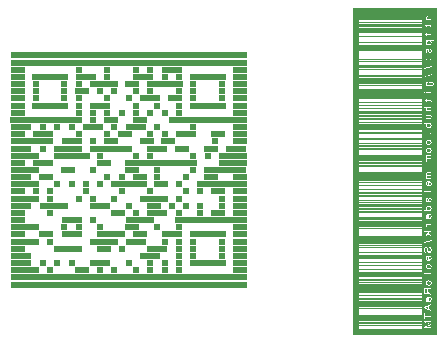
<source format=gbo>
G04*
G04 #@! TF.GenerationSoftware,Altium Limited,Altium Designer,19.1.5 (86)*
G04*
G04 Layer_Color=32896*
%FSLAX44Y44*%
%MOMM*%
G71*
G01*
G75*
%ADD59R,20.0000X0.6060*%
%ADD60R,1.2120X0.6060*%
%ADD61R,0.6060X0.6060*%
%ADD62R,0.6060X0.6060*%
%ADD63R,1.8180X0.6060*%
%ADD64R,1.2120X0.6060*%
%ADD65R,1.2120X0.6060*%
%ADD66R,3.0300X0.6060*%
%ADD67R,1.8180X0.6060*%
%ADD68R,0.6060X0.6060*%
%ADD69R,0.6060X0.6060*%
%ADD70R,3.0300X0.6060*%
%ADD71R,1.2120X0.6060*%
%ADD72R,2.4240X0.6060*%
%ADD73R,1.2120X0.6070*%
%ADD74R,0.6060X0.6070*%
%ADD75R,0.6060X0.6070*%
%ADD76R,1.2120X0.6070*%
%ADD77R,6.0610X0.6060*%
%ADD78R,6.6670X0.6060*%
%ADD79R,0.6070X0.6060*%
%ADD80R,1.8180X0.6060*%
%ADD81R,1.8190X0.6060*%
%ADD82R,3.6360X0.6060*%
%ADD83R,1.8190X0.6060*%
%ADD84R,2.4250X0.6060*%
%ADD85R,3.6360X0.6060*%
%ADD86R,1.2130X0.6060*%
%ADD87R,3.0310X0.6060*%
%ADD88R,2.4240X0.6060*%
%ADD89R,0.6070X0.6060*%
%ADD90R,0.6070X0.6060*%
%ADD91R,4.2420X0.6060*%
%ADD92R,0.6070X0.6060*%
%ADD93R,2.4240X0.6060*%
%ADD94R,1.8190X0.6060*%
%ADD95R,2.4240X0.6060*%
%ADD96R,6.0610X0.6060*%
%ADD97R,2.4240X0.6070*%
%ADD98R,0.6060X0.6070*%
%ADD99R,0.6060X0.6070*%
%ADD100R,1.2120X0.6070*%
%ADD101R,1.2120X0.6070*%
%ADD102R,3.0300X0.6060*%
%ADD103R,2.4250X0.6060*%
%ADD104R,20.0000X0.6060*%
G36*
X617500Y26890D02*
X545602D01*
Y303750D01*
X617500D01*
Y26890D01*
D02*
G37*
%LPC*%
G36*
X604022Y298670D02*
X550682D01*
Y298363D01*
X604022D01*
Y298670D01*
D02*
G37*
G36*
Y297750D02*
X550682D01*
Y297444D01*
X604022D01*
Y297750D01*
D02*
G37*
G36*
Y297137D02*
X550682D01*
Y296524D01*
X604022D01*
Y297137D01*
D02*
G37*
G36*
Y296217D02*
X550682D01*
Y295604D01*
X604022D01*
Y296217D01*
D02*
G37*
G36*
Y295298D02*
X550682D01*
Y294991D01*
X604022D01*
Y295298D01*
D02*
G37*
G36*
Y294685D02*
X550682D01*
Y294378D01*
X604022D01*
Y294685D01*
D02*
G37*
G36*
Y293765D02*
X550682D01*
Y293459D01*
X604022D01*
Y293765D01*
D02*
G37*
G36*
X612420Y297216D02*
X606012D01*
Y296426D01*
X608304D01*
X608294Y296416D01*
X608275Y296397D01*
X608245Y296367D01*
X608206Y296328D01*
X608158Y296270D01*
X608099Y296211D01*
X608050Y296133D01*
X607982Y296046D01*
X607924Y295948D01*
X607875Y295851D01*
X607767Y295607D01*
X607729Y295480D01*
X607699Y295343D01*
X607680Y295197D01*
X607670Y295041D01*
Y294953D01*
X607680Y294856D01*
X607699Y294739D01*
X607719Y294602D01*
X607758Y294456D01*
X607807Y294300D01*
X607875Y294153D01*
X607885Y294134D01*
X607914Y294095D01*
X607963Y294027D01*
X608021Y293939D01*
X608099Y293851D01*
X608197Y293763D01*
X608314Y293675D01*
X608441Y293607D01*
X608460Y293597D01*
X608509Y293578D01*
X608587Y293558D01*
X608704Y293519D01*
X608850Y293490D01*
X609035Y293471D01*
X609240Y293451D01*
X609484Y293441D01*
X612420D01*
Y294231D01*
X609377D01*
X609279Y294241D01*
X609143Y294261D01*
X609006Y294300D01*
X608870Y294339D01*
X608733Y294407D01*
X608616Y294495D01*
X608606Y294505D01*
X608577Y294543D01*
X608528Y294602D01*
X608479Y294680D01*
X608431Y294778D01*
X608382Y294904D01*
X608353Y295041D01*
X608343Y295207D01*
Y295265D01*
X608353Y295333D01*
X608363Y295421D01*
X608392Y295519D01*
X608421Y295636D01*
X608470Y295753D01*
X608528Y295870D01*
X608538Y295880D01*
X608558Y295919D01*
X608606Y295968D01*
X608655Y296036D01*
X608733Y296104D01*
X608811Y296182D01*
X608918Y296241D01*
X609026Y296299D01*
X609035Y296309D01*
X609084Y296319D01*
X609152Y296338D01*
X609250Y296358D01*
X609377Y296387D01*
X609523Y296406D01*
X609689Y296416D01*
X609884Y296426D01*
X612420D01*
Y297216D01*
D02*
G37*
G36*
X604022Y293152D02*
X550682D01*
Y292845D01*
X604022D01*
Y293152D01*
D02*
G37*
G36*
Y292232D02*
X550682D01*
Y291926D01*
X604022D01*
Y292232D01*
D02*
G37*
G36*
Y291313D02*
X550682D01*
Y291006D01*
X604022D01*
Y291313D01*
D02*
G37*
G36*
Y290700D02*
X550682D01*
Y290393D01*
X604022D01*
Y290700D01*
D02*
G37*
G36*
Y290086D02*
X550682D01*
Y289780D01*
X604022D01*
Y290086D01*
D02*
G37*
G36*
Y289473D02*
X550682D01*
Y288860D01*
X604022D01*
Y289473D01*
D02*
G37*
G36*
Y288554D02*
X550682D01*
Y287941D01*
X604022D01*
Y288554D01*
D02*
G37*
G36*
X608392Y289403D02*
X607777D01*
Y288818D01*
X606636D01*
X606158Y288027D01*
X607777D01*
Y287237D01*
X608392D01*
Y288027D01*
X611220D01*
X611289Y288018D01*
X611435Y288008D01*
X611493Y287998D01*
X611542Y287988D01*
X611562Y287979D01*
X611601Y287959D01*
X611649Y287920D01*
X611698Y287862D01*
X611708Y287842D01*
X611718Y287793D01*
X611737Y287705D01*
X611747Y287589D01*
Y287491D01*
X611737Y287442D01*
Y287384D01*
X611718Y287237D01*
X612410Y287130D01*
Y287150D01*
X612420Y287189D01*
X612430Y287247D01*
X612439Y287335D01*
X612459Y287423D01*
X612469Y287520D01*
X612478Y287725D01*
Y287793D01*
X612469Y287871D01*
X612459Y287969D01*
X612449Y288076D01*
X612420Y288193D01*
X612391Y288300D01*
X612352Y288398D01*
X612342Y288408D01*
X612322Y288437D01*
X612293Y288476D01*
X612254Y288525D01*
X612205Y288583D01*
X612147Y288632D01*
X612079Y288691D01*
X612001Y288730D01*
X611991D01*
X611952Y288739D01*
X611893Y288759D01*
X611796Y288769D01*
X611669Y288788D01*
X611601Y288798D01*
X611513Y288808D01*
X611415D01*
X611308Y288818D01*
X608392D01*
Y289403D01*
D02*
G37*
G36*
X604022Y287327D02*
X550682D01*
Y287021D01*
X604022D01*
Y287327D01*
D02*
G37*
G36*
Y286714D02*
X550682D01*
Y286408D01*
X604022D01*
Y286714D01*
D02*
G37*
G36*
Y285795D02*
X550682D01*
Y285488D01*
X604022D01*
Y285795D01*
D02*
G37*
G36*
Y285182D02*
X550682D01*
Y284875D01*
X604022D01*
Y285182D01*
D02*
G37*
G36*
Y284262D02*
X550682D01*
Y283955D01*
X604022D01*
Y284262D01*
D02*
G37*
G36*
Y283342D02*
X550682D01*
Y283036D01*
X604022D01*
Y283342D01*
D02*
G37*
G36*
Y282729D02*
X550682D01*
Y282423D01*
X604022D01*
Y282729D01*
D02*
G37*
G36*
Y282116D02*
X550682D01*
Y281810D01*
X604022D01*
Y282116D01*
D02*
G37*
G36*
Y281503D02*
X550682D01*
Y280890D01*
X604022D01*
Y281503D01*
D02*
G37*
G36*
X608392Y282384D02*
X607777D01*
Y281799D01*
X606636D01*
X606158Y281009D01*
X607777D01*
Y280219D01*
X608392D01*
Y281009D01*
X611220D01*
X611289Y280999D01*
X611435Y280989D01*
X611493Y280980D01*
X611542Y280970D01*
X611562Y280960D01*
X611601Y280941D01*
X611649Y280902D01*
X611698Y280843D01*
X611708Y280824D01*
X611718Y280775D01*
X611737Y280687D01*
X611747Y280570D01*
Y280473D01*
X611737Y280424D01*
Y280365D01*
X611718Y280219D01*
X612410Y280112D01*
Y280131D01*
X612420Y280170D01*
X612430Y280229D01*
X612439Y280317D01*
X612459Y280404D01*
X612469Y280502D01*
X612478Y280707D01*
Y280775D01*
X612469Y280853D01*
X612459Y280951D01*
X612449Y281058D01*
X612420Y281175D01*
X612391Y281282D01*
X612352Y281380D01*
X612342Y281389D01*
X612322Y281419D01*
X612293Y281458D01*
X612254Y281506D01*
X612205Y281565D01*
X612147Y281614D01*
X612079Y281672D01*
X612001Y281711D01*
X611991D01*
X611952Y281721D01*
X611893Y281740D01*
X611796Y281750D01*
X611669Y281770D01*
X611601Y281779D01*
X611513Y281789D01*
X611415D01*
X611308Y281799D01*
X608392D01*
Y282384D01*
D02*
G37*
G36*
X604022Y280583D02*
X550682D01*
Y279970D01*
X604022D01*
Y280583D01*
D02*
G37*
G36*
Y279357D02*
X550682D01*
Y279051D01*
X604022D01*
Y279357D01*
D02*
G37*
G36*
Y278744D02*
X550682D01*
Y278438D01*
X604022D01*
Y278744D01*
D02*
G37*
G36*
Y277824D02*
X550682D01*
Y277518D01*
X604022D01*
Y277824D01*
D02*
G37*
G36*
Y277211D02*
X550682D01*
Y276905D01*
X604022D01*
Y277211D01*
D02*
G37*
G36*
Y276292D02*
X550682D01*
Y275985D01*
X604022D01*
Y276292D01*
D02*
G37*
G36*
Y275372D02*
X550682D01*
Y275065D01*
X604022D01*
Y275372D01*
D02*
G37*
G36*
Y274759D02*
X550682D01*
Y274452D01*
X604022D01*
Y274759D01*
D02*
G37*
G36*
Y274146D02*
X550682D01*
Y273533D01*
X604022D01*
Y274146D01*
D02*
G37*
G36*
Y273226D02*
X550682D01*
Y272613D01*
X604022D01*
Y273226D01*
D02*
G37*
G36*
X614195Y276161D02*
X607777D01*
Y275439D01*
X608382D01*
X608363Y275429D01*
X608324Y275400D01*
X608265Y275341D01*
X608187Y275273D01*
X608099Y275195D01*
X608011Y275098D01*
X607924Y274990D01*
X607855Y274873D01*
X607845Y274854D01*
X607826Y274815D01*
X607797Y274746D01*
X607758Y274659D01*
X607729Y274542D01*
X607699Y274415D01*
X607680Y274269D01*
X607670Y274103D01*
Y274005D01*
X607690Y273888D01*
X607709Y273752D01*
X607748Y273586D01*
X607797Y273410D01*
X607875Y273235D01*
X607982Y273059D01*
Y273049D01*
X607992Y273040D01*
X608041Y272981D01*
X608109Y272903D01*
X608206Y272796D01*
X608324Y272689D01*
X608479Y272572D01*
X608645Y272464D01*
X608850Y272367D01*
X608860D01*
X608879Y272357D01*
X608909Y272347D01*
X608948Y272328D01*
X608997Y272308D01*
X609065Y272289D01*
X609211Y272250D01*
X609396Y272211D01*
X609601Y272172D01*
X609826Y272142D01*
X610069Y272133D01*
X610186D01*
X610255Y272142D01*
X610323D01*
X610499Y272162D01*
X610694Y272201D01*
X610908Y272240D01*
X611133Y272308D01*
X611357Y272396D01*
X611367D01*
X611386Y272406D01*
X611415Y272425D01*
X611454Y272445D01*
X611552Y272503D01*
X611679Y272581D01*
X611815Y272689D01*
X611962Y272815D01*
X612098Y272962D01*
X612225Y273137D01*
Y273147D01*
X612235Y273157D01*
X612254Y273186D01*
X612274Y273225D01*
X612322Y273323D01*
X612371Y273449D01*
X612430Y273605D01*
X612478Y273771D01*
X612518Y273966D01*
X612527Y274161D01*
Y274230D01*
X612518Y274298D01*
X612508Y274395D01*
X612488Y274503D01*
X612459Y274620D01*
X612420Y274746D01*
X612371Y274864D01*
X612361Y274873D01*
X612342Y274912D01*
X612303Y274971D01*
X612254Y275039D01*
X612196Y275127D01*
X612127Y275205D01*
X612040Y275293D01*
X611952Y275371D01*
X614195D01*
Y276161D01*
D02*
G37*
G36*
X604022Y272306D02*
X550682D01*
Y272000D01*
X604022D01*
Y272306D01*
D02*
G37*
G36*
Y271387D02*
X550682D01*
Y271080D01*
X604022D01*
Y271387D01*
D02*
G37*
G36*
Y270774D02*
X550682D01*
Y270467D01*
X604022D01*
Y270774D01*
D02*
G37*
G36*
Y269854D02*
X550682D01*
Y269548D01*
X604022D01*
Y269854D01*
D02*
G37*
G36*
Y269241D02*
X550682D01*
Y268934D01*
X604022D01*
Y269241D01*
D02*
G37*
G36*
Y268321D02*
X550682D01*
Y268015D01*
X604022D01*
Y268321D01*
D02*
G37*
G36*
Y267402D02*
X550682D01*
Y267095D01*
X604022D01*
Y267402D01*
D02*
G37*
G36*
Y266789D02*
X550682D01*
Y266482D01*
X604022D01*
Y266789D01*
D02*
G37*
G36*
X611035Y269206D02*
X610908Y268426D01*
X610928D01*
X610986Y268416D01*
X611074Y268386D01*
X611181Y268357D01*
X611298Y268309D01*
X611415Y268250D01*
X611532Y268162D01*
X611640Y268065D01*
X611649Y268055D01*
X611679Y268006D01*
X611718Y267938D01*
X611757Y267850D01*
X611805Y267723D01*
X611844Y267587D01*
X611874Y267411D01*
X611884Y267226D01*
Y267138D01*
X611874Y267041D01*
X611854Y266923D01*
X611835Y266787D01*
X611796Y266650D01*
X611737Y266523D01*
X611669Y266416D01*
X611659Y266406D01*
X611630Y266377D01*
X611581Y266329D01*
X611523Y266280D01*
X611445Y266241D01*
X611347Y266192D01*
X611250Y266163D01*
X611142Y266153D01*
X611093D01*
X611054Y266163D01*
X610986Y266182D01*
X610928Y266211D01*
X610850Y266250D01*
X610781Y266309D01*
X610723Y266387D01*
X610713Y266397D01*
X610703Y266426D01*
X610684Y266475D01*
X610645Y266553D01*
X610616Y266660D01*
X610567Y266797D01*
X610537Y266884D01*
X610518Y266972D01*
X610489Y267080D01*
X610460Y267197D01*
Y267206D01*
X610450Y267236D01*
X610440Y267275D01*
X610420Y267333D01*
X610401Y267411D01*
X610382Y267489D01*
X610323Y267675D01*
X610264Y267869D01*
X610206Y268074D01*
X610138Y268260D01*
X610108Y268338D01*
X610079Y268406D01*
X610069Y268416D01*
X610050Y268465D01*
X610011Y268523D01*
X609962Y268591D01*
X609904Y268679D01*
X609826Y268757D01*
X609738Y268845D01*
X609640Y268913D01*
X609631Y268923D01*
X609591Y268942D01*
X609533Y268962D01*
X609455Y268991D01*
X609367Y269030D01*
X609260Y269050D01*
X609143Y269069D01*
X609016Y269079D01*
X608967D01*
X608899Y269069D01*
X608831Y269060D01*
X608743Y269050D01*
X608645Y269021D01*
X608538Y268991D01*
X608441Y268942D01*
X608431Y268933D01*
X608392Y268913D01*
X608343Y268884D01*
X608284Y268835D01*
X608216Y268786D01*
X608148Y268718D01*
X608070Y268640D01*
X608002Y268552D01*
X607992Y268542D01*
X607982Y268513D01*
X607953Y268474D01*
X607924Y268416D01*
X607885Y268347D01*
X607845Y268260D01*
X607807Y268162D01*
X607767Y268055D01*
Y268035D01*
X607748Y267996D01*
X607738Y267938D01*
X607719Y267850D01*
X607699Y267743D01*
X607690Y267635D01*
X607670Y267509D01*
Y267284D01*
X607680Y267177D01*
X607690Y267050D01*
X607709Y266894D01*
X607738Y266738D01*
X607777Y266572D01*
X607836Y266416D01*
Y266406D01*
X607845Y266397D01*
X607865Y266348D01*
X607904Y266270D01*
X607943Y266182D01*
X608011Y266085D01*
X608080Y265977D01*
X608167Y265880D01*
X608265Y265802D01*
X608275Y265792D01*
X608314Y265772D01*
X608372Y265734D01*
X608450Y265685D01*
X608548Y265646D01*
X608675Y265597D01*
X608811Y265558D01*
X608967Y265519D01*
X609075Y266290D01*
X609055D01*
X609016Y266299D01*
X608948Y266319D01*
X608870Y266348D01*
X608782Y266387D01*
X608694Y266446D01*
X608597Y266514D01*
X608518Y266602D01*
X608509Y266611D01*
X608489Y266650D01*
X608450Y266709D01*
X608411Y266787D01*
X608382Y266884D01*
X608343Y267011D01*
X608324Y267148D01*
X608314Y267314D01*
Y267401D01*
X608324Y267499D01*
X608333Y267616D01*
X608363Y267743D01*
X608392Y267869D01*
X608441Y267996D01*
X608499Y268094D01*
X608509Y268104D01*
X608528Y268133D01*
X608567Y268162D01*
X608616Y268201D01*
X608675Y268250D01*
X608753Y268279D01*
X608831Y268309D01*
X608918Y268318D01*
X608948D01*
X608977Y268309D01*
X609016D01*
X609104Y268279D01*
X609201Y268230D01*
X609211Y268221D01*
X609221Y268211D01*
X609270Y268152D01*
X609309Y268113D01*
X609338Y268065D01*
X609377Y267996D01*
X609406Y267928D01*
Y267918D01*
X609416Y267899D01*
X609426Y267860D01*
X609445Y267792D01*
X609474Y267704D01*
X609513Y267577D01*
X609552Y267421D01*
X609582Y267333D01*
X609611Y267226D01*
Y267216D01*
X609621Y267187D01*
X609631Y267148D01*
X609650Y267089D01*
X609669Y267021D01*
X609689Y266943D01*
X609738Y266767D01*
X609796Y266572D01*
X609865Y266377D01*
X609923Y266202D01*
X609952Y266124D01*
X609982Y266055D01*
X609991Y266036D01*
X610011Y265997D01*
X610040Y265938D01*
X610079Y265870D01*
X610138Y265782D01*
X610216Y265695D01*
X610294Y265616D01*
X610391Y265538D01*
X610401Y265529D01*
X610440Y265509D01*
X610499Y265480D01*
X610577Y265441D01*
X610674Y265402D01*
X610791Y265373D01*
X610918Y265353D01*
X611064Y265343D01*
X611133D01*
X611211Y265353D01*
X611298Y265373D01*
X611415Y265402D01*
X611542Y265441D01*
X611669Y265499D01*
X611805Y265577D01*
X611825Y265587D01*
X611864Y265616D01*
X611923Y265675D01*
X612001Y265753D01*
X612088Y265841D01*
X612176Y265958D01*
X612264Y266094D01*
X612342Y266250D01*
X612352Y266270D01*
X612371Y266329D01*
X612401Y266416D01*
X612430Y266533D01*
X612469Y266680D01*
X612498Y266845D01*
X612518Y267031D01*
X612527Y267226D01*
Y267314D01*
X612518Y267372D01*
Y267450D01*
X612508Y267538D01*
X612478Y267743D01*
X612439Y267967D01*
X612371Y268191D01*
X612283Y268416D01*
X612225Y268513D01*
X612157Y268611D01*
Y268621D01*
X612137Y268630D01*
X612088Y268689D01*
X612001Y268767D01*
X611874Y268864D01*
X611718Y268962D01*
X611523Y269060D01*
X611298Y269147D01*
X611035Y269206D01*
D02*
G37*
G36*
X604022Y266175D02*
X550682D01*
Y265562D01*
X604022D01*
Y266175D01*
D02*
G37*
G36*
Y265256D02*
X550682D01*
Y264949D01*
X604022D01*
Y265256D01*
D02*
G37*
G36*
Y264643D02*
X550682D01*
Y264030D01*
X604022D01*
Y264643D01*
D02*
G37*
G36*
Y263416D02*
X550682D01*
Y263110D01*
X604022D01*
Y263416D01*
D02*
G37*
G36*
Y262803D02*
X550682D01*
Y262497D01*
X604022D01*
Y262803D01*
D02*
G37*
G36*
Y261884D02*
X550682D01*
Y261577D01*
X604022D01*
Y261884D01*
D02*
G37*
G36*
Y260964D02*
X550682D01*
Y260657D01*
X604022D01*
Y260964D01*
D02*
G37*
G36*
Y260351D02*
X550682D01*
Y260044D01*
X604022D01*
Y260351D01*
D02*
G37*
G36*
X612420Y260656D02*
X611523D01*
Y259759D01*
X612420D01*
Y260656D01*
D02*
G37*
G36*
X608675D02*
X607777D01*
Y259759D01*
X608675D01*
Y260656D01*
D02*
G37*
G36*
X604022Y259431D02*
X550682D01*
Y259125D01*
X604022D01*
Y259431D01*
D02*
G37*
G36*
Y258818D02*
X550682D01*
Y258512D01*
X604022D01*
Y258818D01*
D02*
G37*
G36*
Y257899D02*
X550682D01*
Y257285D01*
X604022D01*
Y257899D01*
D02*
G37*
G36*
Y256979D02*
X550682D01*
Y256366D01*
X604022D01*
Y256979D01*
D02*
G37*
G36*
Y256059D02*
X550682D01*
Y255753D01*
X604022D01*
Y256059D01*
D02*
G37*
G36*
Y255446D02*
X550682D01*
Y255140D01*
X604022D01*
Y255446D01*
D02*
G37*
G36*
Y254833D02*
X550682D01*
Y254526D01*
X604022D01*
Y254833D01*
D02*
G37*
G36*
Y253913D02*
X550682D01*
Y253607D01*
X604022D01*
Y253913D01*
D02*
G37*
G36*
Y252994D02*
X550682D01*
Y252687D01*
X604022D01*
Y252994D01*
D02*
G37*
G36*
Y252381D02*
X550682D01*
Y252074D01*
X604022D01*
Y252381D01*
D02*
G37*
G36*
X612527Y254447D02*
X605905Y252594D01*
Y251970D01*
X612527Y253823D01*
Y254447D01*
D02*
G37*
G36*
X604022Y251461D02*
X550682D01*
Y251154D01*
X604022D01*
Y251461D01*
D02*
G37*
G36*
Y250848D02*
X550682D01*
Y250235D01*
X604022D01*
Y250848D01*
D02*
G37*
G36*
Y249928D02*
X550682D01*
Y249622D01*
X604022D01*
Y249928D01*
D02*
G37*
G36*
Y249315D02*
X550682D01*
Y248702D01*
X604022D01*
Y249315D01*
D02*
G37*
G36*
Y248395D02*
X550682D01*
Y248089D01*
X604022D01*
Y248395D01*
D02*
G37*
G36*
Y247476D02*
X550682D01*
Y247169D01*
X604022D01*
Y247476D01*
D02*
G37*
G36*
Y246863D02*
X550682D01*
Y246556D01*
X604022D01*
Y246863D01*
D02*
G37*
G36*
Y245943D02*
X550682D01*
Y245636D01*
X604022D01*
Y245943D01*
D02*
G37*
G36*
X612527Y247429D02*
X605905Y245576D01*
Y244951D01*
X612527Y246805D01*
Y247429D01*
D02*
G37*
G36*
X604022Y245023D02*
X550682D01*
Y244717D01*
X604022D01*
Y245023D01*
D02*
G37*
G36*
Y244410D02*
X550682D01*
Y244104D01*
X604022D01*
Y244410D01*
D02*
G37*
G36*
Y243491D02*
X550682D01*
Y243184D01*
X604022D01*
Y243491D01*
D02*
G37*
G36*
Y242877D02*
X550682D01*
Y242264D01*
X604022D01*
Y242877D01*
D02*
G37*
G36*
Y241958D02*
X550682D01*
Y241651D01*
X604022D01*
Y241958D01*
D02*
G37*
G36*
Y241345D02*
X550682D01*
Y240732D01*
X604022D01*
Y241345D01*
D02*
G37*
G36*
Y240425D02*
X550682D01*
Y240118D01*
X604022D01*
Y240425D01*
D02*
G37*
G36*
Y239505D02*
X550682D01*
Y239199D01*
X604022D01*
Y239505D01*
D02*
G37*
G36*
Y238892D02*
X550682D01*
Y238586D01*
X604022D01*
Y238892D01*
D02*
G37*
G36*
Y237973D02*
X550682D01*
Y237666D01*
X604022D01*
Y237973D01*
D02*
G37*
G36*
X610079Y241371D02*
X609962D01*
X609904Y241361D01*
X609835D01*
X609679Y241342D01*
X609484Y241313D01*
X609279Y241274D01*
X609065Y241215D01*
X608850Y241137D01*
X608840D01*
X608821Y241127D01*
X608792Y241108D01*
X608753Y241088D01*
X608655Y241040D01*
X608528Y240961D01*
X608392Y240854D01*
X608245Y240737D01*
X608109Y240601D01*
X607982Y240435D01*
Y240425D01*
X607972Y240415D01*
X607953Y240386D01*
X607933Y240357D01*
X607885Y240259D01*
X607826Y240132D01*
X607767Y239967D01*
X607719Y239791D01*
X607680Y239586D01*
X607670Y239362D01*
Y239284D01*
X607680Y239225D01*
X607690Y239157D01*
X607709Y239069D01*
X607758Y238884D01*
X607787Y238777D01*
X607836Y238669D01*
X607885Y238552D01*
X607953Y238435D01*
X608031Y238328D01*
X608119Y238211D01*
X608226Y238104D01*
X608343Y238006D01*
X607777D01*
Y237284D01*
X611971D01*
X612059Y237294D01*
X612157D01*
X612274Y237304D01*
X612391Y237314D01*
X612635Y237343D01*
X612888Y237382D01*
X613122Y237431D01*
X613229Y237470D01*
X613317Y237509D01*
X613327D01*
X613337Y237519D01*
X613395Y237548D01*
X613473Y237606D01*
X613581Y237675D01*
X613698Y237772D01*
X613815Y237889D01*
X613932Y238035D01*
X614039Y238201D01*
Y238211D01*
X614049Y238221D01*
X614059Y238250D01*
X614078Y238289D01*
X614127Y238386D01*
X614166Y238523D01*
X614215Y238699D01*
X614263Y238904D01*
X614293Y239128D01*
X614302Y239381D01*
Y239459D01*
X614293Y239518D01*
Y239586D01*
X614283Y239674D01*
X614254Y239859D01*
X614205Y240074D01*
X614146Y240298D01*
X614049Y240523D01*
X613922Y240727D01*
Y240737D01*
X613903Y240747D01*
X613854Y240805D01*
X613766Y240884D01*
X613639Y240981D01*
X613483Y241069D01*
X613288Y241147D01*
X613064Y241196D01*
X612937Y241215D01*
X612800D01*
X612908Y240454D01*
X612927D01*
X612966Y240445D01*
X613025Y240425D01*
X613103Y240406D01*
X613190Y240366D01*
X613278Y240318D01*
X613356Y240259D01*
X613425Y240181D01*
X613434Y240172D01*
X613464Y240123D01*
X613493Y240064D01*
X613532Y239967D01*
X613581Y239859D01*
X613610Y239723D01*
X613639Y239557D01*
X613649Y239381D01*
Y239294D01*
X613639Y239196D01*
X613620Y239069D01*
X613590Y238933D01*
X613551Y238796D01*
X613503Y238660D01*
X613425Y238543D01*
X613415Y238533D01*
X613386Y238494D01*
X613337Y238445D01*
X613269Y238377D01*
X613181Y238309D01*
X613083Y238250D01*
X612956Y238192D01*
X612820Y238143D01*
X612810D01*
X612771Y238133D01*
X612703Y238123D01*
X612605Y238113D01*
X612469Y238094D01*
X612381D01*
X612293Y238084D01*
X611815D01*
X611825Y238094D01*
X611844Y238104D01*
X611874Y238133D01*
X611913Y238172D01*
X611952Y238230D01*
X612010Y238289D01*
X612118Y238435D01*
X612225Y238621D01*
X612322Y238845D01*
X612361Y238962D01*
X612391Y239089D01*
X612410Y239225D01*
X612420Y239362D01*
Y239450D01*
X612410Y239518D01*
X612401Y239596D01*
X612381Y239694D01*
X612361Y239791D01*
X612332Y239908D01*
X612303Y240025D01*
X612254Y240142D01*
X612196Y240269D01*
X612127Y240386D01*
X612049Y240513D01*
X611962Y240630D01*
X611854Y240737D01*
X611737Y240844D01*
X611727Y240854D01*
X611708Y240864D01*
X611669Y240893D01*
X611610Y240923D01*
X611542Y240961D01*
X611464Y241010D01*
X611376Y241059D01*
X611269Y241108D01*
X611152Y241157D01*
X611025Y241205D01*
X610889Y241244D01*
X610742Y241293D01*
X610430Y241352D01*
X610255Y241361D01*
X610079Y241371D01*
D02*
G37*
G36*
X604022Y237359D02*
X550682D01*
Y237053D01*
X604022D01*
Y237359D01*
D02*
G37*
G36*
Y236440D02*
X550682D01*
Y236133D01*
X604022D01*
Y236440D01*
D02*
G37*
G36*
Y235520D02*
X550682D01*
Y235214D01*
X604022D01*
Y235520D01*
D02*
G37*
G36*
Y234907D02*
X550682D01*
Y234601D01*
X604022D01*
Y234907D01*
D02*
G37*
G36*
Y234294D02*
X550682D01*
Y233987D01*
X604022D01*
Y234294D01*
D02*
G37*
G36*
Y233681D02*
X550682D01*
Y233374D01*
X604022D01*
Y233681D01*
D02*
G37*
G36*
Y232761D02*
X550682D01*
Y232148D01*
X604022D01*
Y232761D01*
D02*
G37*
G36*
X612420Y232548D02*
X607777D01*
Y231758D01*
X612420D01*
Y232548D01*
D02*
G37*
G36*
X606909D02*
X606012D01*
Y231758D01*
X606909D01*
Y232548D01*
D02*
G37*
G36*
X604022Y231842D02*
X550682D01*
Y231228D01*
X604022D01*
Y231842D01*
D02*
G37*
G36*
Y230922D02*
X550682D01*
Y230615D01*
X604022D01*
Y230922D01*
D02*
G37*
G36*
Y230002D02*
X550682D01*
Y229696D01*
X604022D01*
Y230002D01*
D02*
G37*
G36*
Y229389D02*
X550682D01*
Y229083D01*
X604022D01*
Y229389D01*
D02*
G37*
G36*
Y228469D02*
X550682D01*
Y228163D01*
X604022D01*
Y228469D01*
D02*
G37*
G36*
Y227550D02*
X550682D01*
Y227243D01*
X604022D01*
Y227550D01*
D02*
G37*
G36*
Y226937D02*
X550682D01*
Y226630D01*
X604022D01*
Y226937D01*
D02*
G37*
G36*
Y226324D02*
X550682D01*
Y225710D01*
X604022D01*
Y226324D01*
D02*
G37*
G36*
Y225404D02*
X550682D01*
Y225097D01*
X604022D01*
Y225404D01*
D02*
G37*
G36*
X608392Y226237D02*
X607777D01*
Y225652D01*
X606636D01*
X606158Y224862D01*
X607777D01*
Y224072D01*
X608392D01*
Y224862D01*
X611220D01*
X611289Y224852D01*
X611435Y224842D01*
X611493Y224832D01*
X611542Y224823D01*
X611562Y224813D01*
X611601Y224793D01*
X611649Y224755D01*
X611698Y224696D01*
X611708Y224676D01*
X611718Y224628D01*
X611737Y224540D01*
X611747Y224423D01*
Y224325D01*
X611737Y224277D01*
Y224218D01*
X611718Y224072D01*
X612410Y223965D01*
Y223984D01*
X612420Y224023D01*
X612430Y224081D01*
X612439Y224169D01*
X612459Y224257D01*
X612469Y224355D01*
X612478Y224559D01*
Y224628D01*
X612469Y224706D01*
X612459Y224803D01*
X612449Y224911D01*
X612420Y225028D01*
X612391Y225135D01*
X612352Y225232D01*
X612342Y225242D01*
X612322Y225271D01*
X612293Y225310D01*
X612254Y225359D01*
X612205Y225418D01*
X612147Y225466D01*
X612079Y225525D01*
X612001Y225564D01*
X611991D01*
X611952Y225574D01*
X611893Y225593D01*
X611796Y225603D01*
X611669Y225623D01*
X611601Y225632D01*
X611513Y225642D01*
X611415D01*
X611308Y225652D01*
X608392D01*
Y226237D01*
D02*
G37*
G36*
X604022Y224484D02*
X550682D01*
Y223871D01*
X604022D01*
Y224484D01*
D02*
G37*
G36*
Y223565D02*
X550682D01*
Y223258D01*
X604022D01*
Y223565D01*
D02*
G37*
G36*
Y222952D02*
X550682D01*
Y222645D01*
X604022D01*
Y222952D01*
D02*
G37*
G36*
Y222032D02*
X550682D01*
Y221725D01*
X604022D01*
Y222032D01*
D02*
G37*
G36*
Y221419D02*
X550682D01*
Y221112D01*
X604022D01*
Y221419D01*
D02*
G37*
G36*
Y220499D02*
X550682D01*
Y220193D01*
X604022D01*
Y220499D01*
D02*
G37*
G36*
Y219579D02*
X550682D01*
Y219273D01*
X604022D01*
Y219579D01*
D02*
G37*
G36*
Y218966D02*
X550682D01*
Y218660D01*
X604022D01*
Y218966D01*
D02*
G37*
G36*
Y218353D02*
X550682D01*
Y218047D01*
X604022D01*
Y218353D01*
D02*
G37*
G36*
Y217740D02*
X550682D01*
Y217127D01*
X604022D01*
Y217740D01*
D02*
G37*
G36*
X612420Y220014D02*
X606012D01*
Y219223D01*
X608304D01*
X608294Y219214D01*
X608275Y219194D01*
X608245Y219165D01*
X608206Y219126D01*
X608158Y219067D01*
X608099Y219009D01*
X608050Y218931D01*
X607982Y218843D01*
X607924Y218746D01*
X607875Y218648D01*
X607767Y218404D01*
X607729Y218277D01*
X607699Y218141D01*
X607680Y217995D01*
X607670Y217838D01*
Y217751D01*
X607680Y217653D01*
X607699Y217536D01*
X607719Y217400D01*
X607758Y217253D01*
X607807Y217097D01*
X607875Y216951D01*
X607885Y216931D01*
X607914Y216892D01*
X607963Y216824D01*
X608021Y216736D01*
X608099Y216649D01*
X608197Y216561D01*
X608314Y216473D01*
X608441Y216405D01*
X608460Y216395D01*
X608509Y216376D01*
X608587Y216356D01*
X608704Y216317D01*
X608850Y216288D01*
X609035Y216268D01*
X609240Y216249D01*
X609484Y216239D01*
X612420D01*
Y217029D01*
X609377D01*
X609279Y217039D01*
X609143Y217058D01*
X609006Y217097D01*
X608870Y217136D01*
X608733Y217204D01*
X608616Y217292D01*
X608606Y217302D01*
X608577Y217341D01*
X608528Y217400D01*
X608479Y217478D01*
X608431Y217575D01*
X608382Y217702D01*
X608353Y217838D01*
X608343Y218004D01*
Y218063D01*
X608353Y218131D01*
X608363Y218219D01*
X608392Y218316D01*
X608421Y218433D01*
X608470Y218550D01*
X608528Y218668D01*
X608538Y218677D01*
X608558Y218716D01*
X608606Y218765D01*
X608655Y218833D01*
X608733Y218902D01*
X608811Y218980D01*
X608918Y219038D01*
X609026Y219097D01*
X609035Y219107D01*
X609084Y219116D01*
X609152Y219136D01*
X609250Y219155D01*
X609377Y219184D01*
X609523Y219204D01*
X609689Y219214D01*
X609884Y219223D01*
X612420D01*
Y220014D01*
D02*
G37*
G36*
X604022Y216820D02*
X550682D01*
Y216207D01*
X604022D01*
Y216820D01*
D02*
G37*
G36*
Y215594D02*
X550682D01*
Y215288D01*
X604022D01*
Y215594D01*
D02*
G37*
G36*
Y214981D02*
X550682D01*
Y214675D01*
X604022D01*
Y214981D01*
D02*
G37*
G36*
Y214061D02*
X550682D01*
Y213755D01*
X604022D01*
Y214061D01*
D02*
G37*
G36*
Y213448D02*
X550682D01*
Y213142D01*
X604022D01*
Y213448D01*
D02*
G37*
G36*
Y212529D02*
X550682D01*
Y212222D01*
X604022D01*
Y212529D01*
D02*
G37*
G36*
Y211609D02*
X550682D01*
Y211303D01*
X604022D01*
Y211609D01*
D02*
G37*
G36*
Y210996D02*
X550682D01*
Y210383D01*
X604022D01*
Y210996D01*
D02*
G37*
G36*
Y209770D02*
X550682D01*
Y209463D01*
X604022D01*
Y209770D01*
D02*
G37*
G36*
X610840Y213005D02*
X607777D01*
Y212215D01*
X610567D01*
X610694Y212205D01*
X610830D01*
X610967Y212195D01*
X611093Y212186D01*
X611191Y212176D01*
X611201D01*
X611240Y212156D01*
X611298Y212137D01*
X611367Y212108D01*
X611445Y212069D01*
X611532Y212010D01*
X611610Y211942D01*
X611679Y211864D01*
X611688Y211854D01*
X611708Y211815D01*
X611737Y211766D01*
X611767Y211698D01*
X611796Y211610D01*
X611825Y211513D01*
X611844Y211396D01*
X611854Y211269D01*
Y211210D01*
X611844Y211142D01*
X611835Y211054D01*
X611815Y210957D01*
X611776Y210849D01*
X611737Y210732D01*
X611679Y210615D01*
X611669Y210606D01*
X611640Y210567D01*
X611601Y210508D01*
X611542Y210440D01*
X611474Y210371D01*
X611386Y210293D01*
X611289Y210235D01*
X611181Y210176D01*
X611162Y210167D01*
X611123Y210157D01*
X611054Y210137D01*
X610947Y210108D01*
X610820Y210079D01*
X610664Y210059D01*
X610479Y210050D01*
X610274Y210040D01*
X607777D01*
Y209250D01*
X612420D01*
Y209952D01*
X611747D01*
X611757Y209962D01*
X611776Y209981D01*
X611815Y210011D01*
X611864Y210050D01*
X611932Y210108D01*
X611991Y210176D01*
X612069Y210254D01*
X612137Y210342D01*
X612205Y210440D01*
X612283Y210547D01*
X612342Y210674D01*
X612401Y210801D01*
X612459Y210947D01*
X612498Y211093D01*
X612518Y211259D01*
X612527Y211425D01*
Y211493D01*
X612518Y211571D01*
X612508Y211678D01*
X612488Y211796D01*
X612459Y211922D01*
X612420Y212059D01*
X612371Y212195D01*
X612361Y212215D01*
X612342Y212254D01*
X612313Y212312D01*
X612264Y212390D01*
X612205Y212478D01*
X612137Y212566D01*
X612069Y212644D01*
X611981Y212722D01*
X611971Y212732D01*
X611942Y212751D01*
X611884Y212781D01*
X611815Y212810D01*
X611727Y212859D01*
X611630Y212898D01*
X611523Y212937D01*
X611396Y212966D01*
X611386D01*
X611347Y212976D01*
X611298D01*
X611220Y212985D01*
X611113Y212995D01*
X610986D01*
X610840Y213005D01*
D02*
G37*
G36*
X604022Y209157D02*
X550682D01*
Y208850D01*
X604022D01*
Y209157D01*
D02*
G37*
G36*
Y208543D02*
X550682D01*
Y208237D01*
X604022D01*
Y208543D01*
D02*
G37*
G36*
Y207930D02*
X550682D01*
Y207317D01*
X604022D01*
Y207930D01*
D02*
G37*
G36*
Y207011D02*
X550682D01*
Y206704D01*
X604022D01*
Y207011D01*
D02*
G37*
G36*
Y206091D02*
X550682D01*
Y205784D01*
X604022D01*
Y206091D01*
D02*
G37*
G36*
Y205478D02*
X550682D01*
Y205171D01*
X604022D01*
Y205478D01*
D02*
G37*
G36*
Y204558D02*
X550682D01*
Y204252D01*
X604022D01*
Y204558D01*
D02*
G37*
G36*
Y203639D02*
X550682D01*
Y203332D01*
X604022D01*
Y203639D01*
D02*
G37*
G36*
Y203026D02*
X550682D01*
Y202719D01*
X604022D01*
Y203026D01*
D02*
G37*
G36*
X612420Y205986D02*
X606012D01*
Y205196D01*
X608294D01*
X608284Y205187D01*
X608265Y205177D01*
X608236Y205148D01*
X608197Y205109D01*
X608148Y205060D01*
X608099Y205001D01*
X607982Y204855D01*
X607865Y204680D01*
X607767Y204455D01*
X607729Y204338D01*
X607699Y204211D01*
X607680Y204075D01*
X607670Y203938D01*
Y203860D01*
X607680Y203782D01*
X607690Y203675D01*
X607709Y203548D01*
X607748Y203412D01*
X607787Y203275D01*
X607845Y203129D01*
X607855Y203109D01*
X607875Y203060D01*
X607914Y202992D01*
X607972Y202904D01*
X608041Y202807D01*
X608128Y202709D01*
X608226Y202602D01*
X608333Y202505D01*
X608343Y202495D01*
X608392Y202465D01*
X608460Y202417D01*
X608548Y202358D01*
X608655Y202300D01*
X608782Y202231D01*
X608928Y202173D01*
X609094Y202114D01*
X609114Y202105D01*
X609172Y202095D01*
X609260Y202066D01*
X609377Y202036D01*
X609513Y202017D01*
X609669Y201988D01*
X609845Y201978D01*
X610030Y201968D01*
X610147D01*
X610225Y201978D01*
X610333Y201988D01*
X610440Y201997D01*
X610577Y202017D01*
X610713Y202046D01*
X611006Y202114D01*
X611162Y202163D01*
X611318Y202222D01*
X611474Y202290D01*
X611620Y202368D01*
X611757Y202456D01*
X611884Y202563D01*
X611893Y202573D01*
X611913Y202592D01*
X611942Y202621D01*
X611981Y202670D01*
X612030Y202719D01*
X612088Y202787D01*
X612147Y202865D01*
X612205Y202963D01*
X612322Y203168D01*
X612430Y203402D01*
X612469Y203538D01*
X612498Y203675D01*
X612518Y203821D01*
X612527Y203977D01*
Y204055D01*
X612518Y204114D01*
X612508Y204182D01*
X612488Y204260D01*
X612439Y204445D01*
X612410Y204543D01*
X612361Y204650D01*
X612303Y204758D01*
X612235Y204865D01*
X612157Y204962D01*
X612069Y205070D01*
X611962Y205167D01*
X611844Y205255D01*
X612420D01*
Y205986D01*
D02*
G37*
G36*
X604022Y202412D02*
X550682D01*
Y201799D01*
X604022D01*
Y202412D01*
D02*
G37*
G36*
Y201493D02*
X550682D01*
Y201186D01*
X604022D01*
Y201493D01*
D02*
G37*
G36*
Y200573D02*
X550682D01*
Y200267D01*
X604022D01*
Y200573D01*
D02*
G37*
G36*
Y199960D02*
X550682D01*
Y199347D01*
X604022D01*
Y199960D01*
D02*
G37*
G36*
Y199040D02*
X550682D01*
Y198427D01*
X604022D01*
Y199040D01*
D02*
G37*
G36*
Y197814D02*
X550682D01*
Y197508D01*
X604022D01*
Y197814D01*
D02*
G37*
G36*
Y197201D02*
X550682D01*
Y196894D01*
X604022D01*
Y197201D01*
D02*
G37*
G36*
X612420Y197491D02*
X611523D01*
Y196593D01*
X612420D01*
Y197491D01*
D02*
G37*
G36*
X604022Y196588D02*
X550682D01*
Y195975D01*
X604022D01*
Y196588D01*
D02*
G37*
G36*
Y195668D02*
X550682D01*
Y195362D01*
X604022D01*
Y195668D01*
D02*
G37*
G36*
Y195055D02*
X550682D01*
Y194749D01*
X604022D01*
Y195055D01*
D02*
G37*
G36*
Y194135D02*
X550682D01*
Y193829D01*
X604022D01*
Y194135D01*
D02*
G37*
G36*
Y193522D02*
X550682D01*
Y193216D01*
X604022D01*
Y193522D01*
D02*
G37*
G36*
Y192603D02*
X550682D01*
Y192296D01*
X604022D01*
Y192603D01*
D02*
G37*
G36*
Y191683D02*
X550682D01*
Y191377D01*
X604022D01*
Y191683D01*
D02*
G37*
G36*
Y191070D02*
X550682D01*
Y190457D01*
X604022D01*
Y191070D01*
D02*
G37*
G36*
Y190150D02*
X550682D01*
Y189537D01*
X604022D01*
Y190150D01*
D02*
G37*
G36*
Y189231D02*
X550682D01*
Y188924D01*
X604022D01*
Y189231D01*
D02*
G37*
G36*
Y188311D02*
X550682D01*
Y188004D01*
X604022D01*
Y188311D01*
D02*
G37*
G36*
X610118Y191916D02*
X609991D01*
X609923Y191906D01*
X609855D01*
X609669Y191886D01*
X609465Y191857D01*
X609250Y191808D01*
X609016Y191750D01*
X608801Y191672D01*
X608792D01*
X608772Y191662D01*
X608743Y191642D01*
X608704Y191623D01*
X608606Y191565D01*
X608479Y191486D01*
X608343Y191379D01*
X608206Y191252D01*
X608070Y191096D01*
X607953Y190921D01*
Y190911D01*
X607943Y190901D01*
X607924Y190872D01*
X607904Y190833D01*
X607865Y190726D01*
X607807Y190589D01*
X607758Y190433D01*
X607709Y190238D01*
X607680Y190033D01*
X607670Y189819D01*
Y189741D01*
X607680Y189692D01*
Y189624D01*
X607690Y189555D01*
X607719Y189380D01*
X607767Y189185D01*
X607836Y188970D01*
X607933Y188765D01*
X608060Y188580D01*
Y188570D01*
X608080Y188560D01*
X608128Y188502D01*
X608216Y188424D01*
X608333Y188326D01*
X608489Y188219D01*
X608675Y188121D01*
X608899Y188034D01*
X609143Y187965D01*
X609260Y188726D01*
X609250D01*
X609240Y188736D01*
X609182Y188746D01*
X609104Y188775D01*
X608997Y188814D01*
X608879Y188873D01*
X608762Y188941D01*
X608655Y189019D01*
X608558Y189116D01*
X608548Y189126D01*
X608518Y189165D01*
X608479Y189224D01*
X608431Y189302D01*
X608392Y189399D01*
X608353Y189506D01*
X608324Y189643D01*
X608314Y189780D01*
Y189838D01*
X608324Y189877D01*
X608333Y189984D01*
X608363Y190121D01*
X608421Y190277D01*
X608499Y190433D01*
X608597Y190599D01*
X608665Y190677D01*
X608743Y190745D01*
X608762Y190765D01*
X608792Y190774D01*
X608821Y190804D01*
X608870Y190833D01*
X608928Y190862D01*
X608997Y190891D01*
X609075Y190921D01*
X609162Y190960D01*
X609260Y190989D01*
X609377Y191018D01*
X609494Y191047D01*
X609631Y191077D01*
X609777Y191087D01*
X609933Y191106D01*
X610186D01*
X610255Y191096D01*
X610333D01*
X610420Y191087D01*
X610616Y191057D01*
X610840Y191018D01*
X611074Y190960D01*
X611279Y190872D01*
X611376Y190813D01*
X611464Y190755D01*
X611484Y190735D01*
X611532Y190687D01*
X611601Y190609D01*
X611669Y190501D01*
X611747Y190375D01*
X611815Y190209D01*
X611864Y190033D01*
X611874Y189936D01*
X611884Y189828D01*
Y189750D01*
X611864Y189662D01*
X611844Y189555D01*
X611815Y189438D01*
X611767Y189302D01*
X611698Y189175D01*
X611601Y189058D01*
X611591Y189048D01*
X611542Y189009D01*
X611484Y188951D01*
X611386Y188892D01*
X611259Y188824D01*
X611113Y188755D01*
X610928Y188697D01*
X610723Y188658D01*
X610830Y187887D01*
X610840D01*
X610869Y187897D01*
X610908Y187907D01*
X610957Y187917D01*
X611025Y187936D01*
X611103Y187956D01*
X611289Y188014D01*
X611484Y188102D01*
X611698Y188219D01*
X611893Y188365D01*
X612079Y188541D01*
Y188551D01*
X612098Y188560D01*
X612118Y188590D01*
X612147Y188629D01*
X612186Y188687D01*
X612225Y188746D01*
X612303Y188892D01*
X612381Y189077D01*
X612459Y189302D01*
X612508Y189545D01*
X612518Y189682D01*
X612527Y189819D01*
Y189906D01*
X612518Y189975D01*
X612508Y190053D01*
X612498Y190150D01*
X612478Y190248D01*
X612449Y190365D01*
X612381Y190609D01*
X612322Y190735D01*
X612264Y190862D01*
X612196Y190989D01*
X612118Y191106D01*
X612020Y191223D01*
X611913Y191340D01*
X611903Y191350D01*
X611884Y191369D01*
X611844Y191389D01*
X611796Y191428D01*
X611727Y191477D01*
X611649Y191525D01*
X611562Y191574D01*
X611454Y191623D01*
X611337Y191681D01*
X611201Y191730D01*
X611054Y191779D01*
X610889Y191828D01*
X610723Y191867D01*
X610528Y191886D01*
X610333Y191906D01*
X610118Y191916D01*
D02*
G37*
G36*
X604022Y187698D02*
X550682D01*
Y187391D01*
X604022D01*
Y187698D01*
D02*
G37*
G36*
Y187085D02*
X550682D01*
Y186778D01*
X604022D01*
Y187085D01*
D02*
G37*
G36*
Y186165D02*
X550682D01*
Y185859D01*
X604022D01*
Y186165D01*
D02*
G37*
G36*
Y185552D02*
X550682D01*
Y185245D01*
X604022D01*
Y185552D01*
D02*
G37*
G36*
Y184632D02*
X550682D01*
Y184326D01*
X604022D01*
Y184632D01*
D02*
G37*
G36*
Y183713D02*
X550682D01*
Y183406D01*
X604022D01*
Y183713D01*
D02*
G37*
G36*
Y183100D02*
X550682D01*
Y182486D01*
X604022D01*
Y183100D01*
D02*
G37*
G36*
Y182180D02*
X550682D01*
Y181873D01*
X604022D01*
Y182180D01*
D02*
G37*
G36*
Y181567D02*
X550682D01*
Y180954D01*
X604022D01*
Y181567D01*
D02*
G37*
G36*
X610099Y185214D02*
X610040D01*
X609972Y185204D01*
X609884D01*
X609777Y185195D01*
X609660Y185175D01*
X609523Y185156D01*
X609377Y185126D01*
X609221Y185087D01*
X609065Y185039D01*
X608909Y184980D01*
X608753Y184912D01*
X608597Y184834D01*
X608450Y184736D01*
X608314Y184629D01*
X608187Y184502D01*
X608177Y184492D01*
X608167Y184473D01*
X608138Y184444D01*
X608109Y184395D01*
X608070Y184336D01*
X608021Y184268D01*
X607972Y184190D01*
X607924Y184093D01*
X607885Y183995D01*
X607836Y183888D01*
X607748Y183634D01*
X607690Y183351D01*
X607680Y183195D01*
X607670Y183039D01*
Y182951D01*
X607680Y182883D01*
X607690Y182795D01*
X607699Y182708D01*
X607719Y182600D01*
X607748Y182483D01*
X607826Y182239D01*
X607875Y182113D01*
X607933Y181976D01*
X608011Y181849D01*
X608099Y181722D01*
X608197Y181596D01*
X608304Y181479D01*
X608314Y181469D01*
X608333Y181449D01*
X608372Y181420D01*
X608421Y181381D01*
X608479Y181332D01*
X608558Y181283D01*
X608655Y181225D01*
X608753Y181166D01*
X608870Y181118D01*
X609006Y181059D01*
X609143Y181010D01*
X609299Y180962D01*
X609465Y180923D01*
X609650Y180893D01*
X609835Y180874D01*
X610040Y180864D01*
X610186D01*
X610264Y180874D01*
X610352D01*
X610450Y180884D01*
X610557Y180893D01*
X610781Y180932D01*
X611016Y180981D01*
X611250Y181049D01*
X611454Y181137D01*
X611464D01*
X611474Y181147D01*
X611542Y181186D01*
X611630Y181254D01*
X611747Y181342D01*
X611874Y181449D01*
X612001Y181586D01*
X612127Y181742D01*
X612244Y181927D01*
Y181937D01*
X612254Y181947D01*
X612274Y181976D01*
X612283Y182015D01*
X612332Y182122D01*
X612381Y182259D01*
X612439Y182425D01*
X612478Y182610D01*
X612518Y182815D01*
X612527Y183039D01*
Y183137D01*
X612518Y183205D01*
X612508Y183283D01*
X612498Y183381D01*
X612478Y183488D01*
X612449Y183605D01*
X612371Y183849D01*
X612322Y183985D01*
X612264Y184112D01*
X612196Y184249D01*
X612108Y184375D01*
X612010Y184502D01*
X611903Y184619D01*
X611893Y184629D01*
X611874Y184648D01*
X611835Y184678D01*
X611786Y184707D01*
X611718Y184756D01*
X611640Y184804D01*
X611552Y184863D01*
X611445Y184912D01*
X611318Y184970D01*
X611191Y185029D01*
X611035Y185078D01*
X610879Y185117D01*
X610703Y185156D01*
X610518Y185185D01*
X610313Y185204D01*
X610099Y185214D01*
D02*
G37*
G36*
X604022Y180647D02*
X550682D01*
Y180341D01*
X604022D01*
Y180647D01*
D02*
G37*
G36*
Y179728D02*
X550682D01*
Y179421D01*
X604022D01*
Y179728D01*
D02*
G37*
G36*
Y179114D02*
X550682D01*
Y178808D01*
X604022D01*
Y179114D01*
D02*
G37*
G36*
Y178195D02*
X550682D01*
Y177888D01*
X604022D01*
Y178195D01*
D02*
G37*
G36*
Y177582D02*
X550682D01*
Y177275D01*
X604022D01*
Y177582D01*
D02*
G37*
G36*
Y176662D02*
X550682D01*
Y176355D01*
X604022D01*
Y176662D01*
D02*
G37*
G36*
Y175742D02*
X550682D01*
Y175436D01*
X604022D01*
Y175742D01*
D02*
G37*
G36*
Y175129D02*
X550682D01*
Y174516D01*
X604022D01*
Y175129D01*
D02*
G37*
G36*
Y174210D02*
X550682D01*
Y173596D01*
X604022D01*
Y174210D01*
D02*
G37*
G36*
Y173290D02*
X550682D01*
Y172983D01*
X604022D01*
Y173290D01*
D02*
G37*
G36*
X612420Y179142D02*
X607777D01*
Y178440D01*
X608431D01*
X608411Y178430D01*
X608372Y178401D01*
X608314Y178352D01*
X608236Y178284D01*
X608148Y178206D01*
X608060Y178108D01*
X607963Y177991D01*
X607885Y177864D01*
X607875Y177845D01*
X607855Y177796D01*
X607816Y177718D01*
X607777Y177620D01*
X607738Y177493D01*
X607699Y177357D01*
X607680Y177191D01*
X607670Y177025D01*
Y176938D01*
X607680Y176840D01*
X607699Y176723D01*
X607719Y176596D01*
X607758Y176450D01*
X607816Y176313D01*
X607885Y176187D01*
X607894Y176167D01*
X607924Y176128D01*
X607972Y176070D01*
X608041Y176001D01*
X608128Y175923D01*
X608226Y175845D01*
X608353Y175777D01*
X608489Y175718D01*
X608479Y175709D01*
X608450Y175689D01*
X608411Y175660D01*
X608363Y175621D01*
X608294Y175562D01*
X608226Y175494D01*
X608158Y175416D01*
X608080Y175328D01*
X608002Y175231D01*
X607933Y175123D01*
X607797Y174870D01*
X607748Y174733D01*
X607709Y174587D01*
X607680Y174441D01*
X607670Y174275D01*
Y174207D01*
X607680Y174158D01*
Y174099D01*
X607690Y174031D01*
X607719Y173885D01*
X607767Y173709D01*
X607836Y173534D01*
X607933Y173368D01*
X608060Y173212D01*
X608080Y173192D01*
X608128Y173153D01*
X608226Y173095D01*
X608353Y173017D01*
X608518Y172948D01*
X608714Y172890D01*
X608957Y172851D01*
X609094Y172831D01*
X612420D01*
Y173621D01*
X609338D01*
X609240Y173631D01*
X609016Y173651D01*
X608909Y173670D01*
X608821Y173699D01*
X608811D01*
X608782Y173719D01*
X608743Y173738D01*
X608694Y173768D01*
X608645Y173807D01*
X608587Y173855D01*
X608528Y173914D01*
X608479Y173982D01*
X608470Y173992D01*
X608460Y174021D01*
X608441Y174060D01*
X608411Y174109D01*
X608392Y174177D01*
X608372Y174265D01*
X608363Y174353D01*
X608353Y174450D01*
Y174528D01*
X608372Y174626D01*
X608392Y174733D01*
X608431Y174860D01*
X608489Y174997D01*
X608577Y175143D01*
X608684Y175270D01*
X608704Y175280D01*
X608743Y175319D01*
X608821Y175367D01*
X608938Y175426D01*
X609084Y175494D01*
X609260Y175543D01*
X609474Y175582D01*
X609728Y175592D01*
X612420D01*
Y176382D01*
X609318D01*
X609221Y176391D01*
X609114Y176401D01*
X608977Y176430D01*
X608850Y176460D01*
X608723Y176508D01*
X608616Y176577D01*
X608606Y176586D01*
X608577Y176616D01*
X608528Y176655D01*
X608479Y176723D01*
X608441Y176811D01*
X608392Y176918D01*
X608363Y177045D01*
X608353Y177201D01*
Y177259D01*
X608363Y177318D01*
X608372Y177406D01*
X608392Y177493D01*
X608431Y177601D01*
X608470Y177708D01*
X608528Y177815D01*
X608538Y177825D01*
X608558Y177864D01*
X608606Y177913D01*
X608655Y177971D01*
X608733Y178040D01*
X608821Y178108D01*
X608928Y178167D01*
X609045Y178225D01*
X609065Y178235D01*
X609104Y178245D01*
X609182Y178264D01*
X609289Y178284D01*
X609426Y178313D01*
X609591Y178332D01*
X609786Y178342D01*
X610011Y178352D01*
X612420D01*
Y179142D01*
D02*
G37*
G36*
X604022Y172677D02*
X550682D01*
Y172370D01*
X604022D01*
Y172677D01*
D02*
G37*
G36*
Y171757D02*
X550682D01*
Y171451D01*
X604022D01*
Y171757D01*
D02*
G37*
G36*
Y171144D02*
X550682D01*
Y170837D01*
X604022D01*
Y171144D01*
D02*
G37*
G36*
Y170224D02*
X550682D01*
Y169918D01*
X604022D01*
Y170224D01*
D02*
G37*
G36*
Y169305D02*
X550682D01*
Y168998D01*
X604022D01*
Y169305D01*
D02*
G37*
G36*
Y168692D02*
X550682D01*
Y168385D01*
X604022D01*
Y168692D01*
D02*
G37*
G36*
X612527Y170226D02*
X605905Y168373D01*
Y167749D01*
X612527Y169602D01*
Y170226D01*
D02*
G37*
G36*
X604022Y167772D02*
X550682D01*
Y167465D01*
X604022D01*
Y167772D01*
D02*
G37*
G36*
Y167159D02*
X550682D01*
Y166546D01*
X604022D01*
Y167159D01*
D02*
G37*
G36*
Y166239D02*
X550682D01*
Y165933D01*
X604022D01*
Y166239D01*
D02*
G37*
G36*
Y165626D02*
X550682D01*
Y165013D01*
X604022D01*
Y165626D01*
D02*
G37*
G36*
Y164706D02*
X550682D01*
Y164400D01*
X604022D01*
Y164706D01*
D02*
G37*
G36*
Y163787D02*
X550682D01*
Y163480D01*
X604022D01*
Y163787D01*
D02*
G37*
G36*
Y163174D02*
X550682D01*
Y162867D01*
X604022D01*
Y163174D01*
D02*
G37*
G36*
Y162254D02*
X550682D01*
Y161947D01*
X604022D01*
Y162254D01*
D02*
G37*
G36*
Y161641D02*
X550682D01*
Y161334D01*
X604022D01*
Y161641D01*
D02*
G37*
G36*
Y160721D02*
X550682D01*
Y160415D01*
X604022D01*
Y160721D01*
D02*
G37*
G36*
Y159802D02*
X550682D01*
Y159495D01*
X604022D01*
Y159802D01*
D02*
G37*
G36*
X612420Y165105D02*
X607777D01*
Y164403D01*
X608431D01*
X608411Y164393D01*
X608372Y164364D01*
X608314Y164315D01*
X608236Y164247D01*
X608148Y164169D01*
X608060Y164071D01*
X607963Y163954D01*
X607885Y163827D01*
X607875Y163808D01*
X607855Y163759D01*
X607816Y163681D01*
X607777Y163584D01*
X607738Y163457D01*
X607699Y163320D01*
X607680Y163154D01*
X607670Y162988D01*
Y162901D01*
X607680Y162803D01*
X607699Y162686D01*
X607719Y162559D01*
X607758Y162413D01*
X607816Y162276D01*
X607885Y162150D01*
X607894Y162130D01*
X607924Y162091D01*
X607972Y162033D01*
X608041Y161964D01*
X608128Y161886D01*
X608226Y161808D01*
X608353Y161740D01*
X608489Y161682D01*
X608479Y161672D01*
X608450Y161652D01*
X608411Y161623D01*
X608363Y161584D01*
X608294Y161525D01*
X608226Y161457D01*
X608158Y161379D01*
X608080Y161291D01*
X608002Y161194D01*
X607933Y161087D01*
X607797Y160833D01*
X607748Y160697D01*
X607709Y160550D01*
X607680Y160404D01*
X607670Y160238D01*
Y160170D01*
X607680Y160121D01*
Y160063D01*
X607690Y159994D01*
X607719Y159848D01*
X607767Y159672D01*
X607836Y159497D01*
X607933Y159331D01*
X608060Y159175D01*
X608080Y159155D01*
X608128Y159116D01*
X608226Y159058D01*
X608353Y158980D01*
X608518Y158912D01*
X608714Y158853D01*
X608957Y158814D01*
X609094Y158794D01*
X612420D01*
Y159585D01*
X609338D01*
X609240Y159594D01*
X609016Y159614D01*
X608909Y159633D01*
X608821Y159663D01*
X608811D01*
X608782Y159682D01*
X608743Y159702D01*
X608694Y159731D01*
X608645Y159770D01*
X608587Y159819D01*
X608528Y159877D01*
X608479Y159945D01*
X608470Y159955D01*
X608460Y159984D01*
X608441Y160023D01*
X608411Y160072D01*
X608392Y160140D01*
X608372Y160228D01*
X608363Y160316D01*
X608353Y160414D01*
Y160492D01*
X608372Y160589D01*
X608392Y160697D01*
X608431Y160823D01*
X608489Y160960D01*
X608577Y161106D01*
X608684Y161233D01*
X608704Y161243D01*
X608743Y161282D01*
X608821Y161330D01*
X608938Y161389D01*
X609084Y161457D01*
X609260Y161506D01*
X609474Y161545D01*
X609728Y161555D01*
X612420D01*
Y162345D01*
X609318D01*
X609221Y162355D01*
X609114Y162364D01*
X608977Y162394D01*
X608850Y162423D01*
X608723Y162472D01*
X608616Y162540D01*
X608606Y162550D01*
X608577Y162579D01*
X608528Y162618D01*
X608479Y162686D01*
X608441Y162774D01*
X608392Y162881D01*
X608363Y163008D01*
X608353Y163164D01*
Y163223D01*
X608363Y163281D01*
X608372Y163369D01*
X608392Y163457D01*
X608431Y163564D01*
X608470Y163671D01*
X608528Y163779D01*
X608538Y163788D01*
X608558Y163827D01*
X608606Y163876D01*
X608655Y163935D01*
X608733Y164003D01*
X608821Y164071D01*
X608928Y164130D01*
X609045Y164188D01*
X609065Y164198D01*
X609104Y164208D01*
X609182Y164227D01*
X609289Y164247D01*
X609426Y164276D01*
X609591Y164296D01*
X609786Y164305D01*
X610011Y164315D01*
X612420D01*
Y165105D01*
D02*
G37*
G36*
X604022Y159188D02*
X550682D01*
Y158575D01*
X604022D01*
Y159188D01*
D02*
G37*
G36*
Y158269D02*
X550682D01*
Y157656D01*
X604022D01*
Y158269D01*
D02*
G37*
G36*
Y157349D02*
X550682D01*
Y157043D01*
X604022D01*
Y157349D01*
D02*
G37*
G36*
Y156736D02*
X550682D01*
Y156430D01*
X604022D01*
Y156736D01*
D02*
G37*
G36*
Y155816D02*
X550682D01*
Y155510D01*
X604022D01*
Y155816D01*
D02*
G37*
G36*
Y155203D02*
X550682D01*
Y154897D01*
X604022D01*
Y155203D01*
D02*
G37*
G36*
Y154284D02*
X550682D01*
Y153977D01*
X604022D01*
Y154284D01*
D02*
G37*
G36*
Y153671D02*
X550682D01*
Y153364D01*
X604022D01*
Y153671D01*
D02*
G37*
G36*
X610147Y157102D02*
X610030D01*
X609952Y157092D01*
X609855Y157082D01*
X609738Y157072D01*
X609611Y157053D01*
X609474Y157023D01*
X609182Y156955D01*
X609035Y156906D01*
X608879Y156848D01*
X608733Y156780D01*
X608587Y156702D01*
X608450Y156614D01*
X608324Y156507D01*
X608314Y156497D01*
X608294Y156477D01*
X608265Y156448D01*
X608216Y156399D01*
X608167Y156341D01*
X608119Y156263D01*
X608060Y156185D01*
X607992Y156087D01*
X607933Y155980D01*
X607875Y155863D01*
X607826Y155736D01*
X607767Y155590D01*
X607729Y155443D01*
X607699Y155287D01*
X607680Y155122D01*
X607670Y154946D01*
Y154858D01*
X607680Y154790D01*
X607690Y154712D01*
X607699Y154614D01*
X607719Y154517D01*
X607748Y154400D01*
X607826Y154166D01*
X607875Y154039D01*
X607943Y153912D01*
X608011Y153785D01*
X608099Y153659D01*
X608197Y153541D01*
X608314Y153425D01*
X608324Y153415D01*
X608343Y153395D01*
X608382Y153366D01*
X608431Y153327D01*
X608499Y153288D01*
X608577Y153239D01*
X608665Y153181D01*
X608772Y153122D01*
X608899Y153073D01*
X609026Y153015D01*
X609172Y152966D01*
X609338Y152917D01*
X609504Y152888D01*
X609689Y152859D01*
X609884Y152839D01*
X610099Y152830D01*
X610216D01*
X610303Y152839D01*
Y156292D01*
X610333D01*
X610382Y156282D01*
X610430D01*
X610499Y156272D01*
X610567Y156263D01*
X610742Y156224D01*
X610928Y156165D01*
X611123Y156097D01*
X611318Y155990D01*
X611484Y155863D01*
X611503Y155843D01*
X611542Y155795D01*
X611610Y155707D01*
X611679Y155599D01*
X611757Y155453D01*
X611825Y155287D01*
X611864Y155102D01*
X611884Y154897D01*
Y154819D01*
X611874Y154741D01*
X611854Y154644D01*
X611825Y154527D01*
X611786Y154400D01*
X611737Y154273D01*
X611659Y154156D01*
X611649Y154146D01*
X611610Y154107D01*
X611562Y154049D01*
X611474Y153980D01*
X611376Y153902D01*
X611250Y153824D01*
X611093Y153746D01*
X610918Y153668D01*
X611025Y152859D01*
X611035D01*
X611054Y152868D01*
X611093Y152878D01*
X611142Y152898D01*
X611201Y152917D01*
X611269Y152947D01*
X611435Y153025D01*
X611610Y153122D01*
X611796Y153239D01*
X611981Y153395D01*
X612137Y153571D01*
Y153581D01*
X612157Y153590D01*
X612176Y153619D01*
X612196Y153668D01*
X612225Y153717D01*
X612264Y153776D01*
X612293Y153844D01*
X612332Y153932D01*
X612401Y154117D01*
X612469Y154351D01*
X612508Y154605D01*
X612527Y154897D01*
Y154995D01*
X612518Y155063D01*
X612508Y155151D01*
X612498Y155248D01*
X612478Y155356D01*
X612449Y155483D01*
X612371Y155736D01*
X612322Y155873D01*
X612264Y155999D01*
X612196Y156136D01*
X612108Y156263D01*
X612010Y156390D01*
X611903Y156507D01*
X611893Y156516D01*
X611874Y156536D01*
X611835Y156565D01*
X611786Y156594D01*
X611727Y156643D01*
X611649Y156692D01*
X611552Y156750D01*
X611445Y156799D01*
X611328Y156858D01*
X611201Y156916D01*
X611054Y156965D01*
X610898Y157004D01*
X610733Y157043D01*
X610547Y157072D01*
X610352Y157092D01*
X610147Y157102D01*
D02*
G37*
G36*
X604022Y152751D02*
X550682D01*
Y152444D01*
X604022D01*
Y152751D01*
D02*
G37*
G36*
Y151831D02*
X550682D01*
Y151525D01*
X604022D01*
Y151831D01*
D02*
G37*
G36*
Y151218D02*
X550682D01*
Y150605D01*
X604022D01*
Y151218D01*
D02*
G37*
G36*
Y150299D02*
X550682D01*
Y149992D01*
X604022D01*
Y150299D01*
D02*
G37*
G36*
Y149685D02*
X550682D01*
Y149072D01*
X604022D01*
Y149685D01*
D02*
G37*
G36*
Y148459D02*
X550682D01*
Y148153D01*
X604022D01*
Y148459D01*
D02*
G37*
G36*
X612420Y148347D02*
X606012D01*
Y147557D01*
X612420D01*
Y148347D01*
D02*
G37*
G36*
X604022Y147846D02*
X550682D01*
Y147540D01*
X604022D01*
Y147846D01*
D02*
G37*
G36*
Y147233D02*
X550682D01*
Y146926D01*
X604022D01*
Y147233D01*
D02*
G37*
G36*
Y146313D02*
X550682D01*
Y146007D01*
X604022D01*
Y146313D01*
D02*
G37*
G36*
Y145700D02*
X550682D01*
Y145394D01*
X604022D01*
Y145700D01*
D02*
G37*
G36*
Y144781D02*
X550682D01*
Y144474D01*
X604022D01*
Y144781D01*
D02*
G37*
G36*
Y143861D02*
X550682D01*
Y143554D01*
X604022D01*
Y143861D01*
D02*
G37*
G36*
Y143248D02*
X550682D01*
Y142941D01*
X604022D01*
Y143248D01*
D02*
G37*
G36*
Y142635D02*
X550682D01*
Y142022D01*
X604022D01*
Y142635D01*
D02*
G37*
G36*
Y141715D02*
X550682D01*
Y141409D01*
X604022D01*
Y141715D01*
D02*
G37*
G36*
Y141102D02*
X550682D01*
Y140795D01*
X604022D01*
Y141102D01*
D02*
G37*
G36*
X611201Y143075D02*
X611142D01*
X611074Y143065D01*
X610996Y143055D01*
X610898Y143035D01*
X610791Y143016D01*
X610684Y142977D01*
X610577Y142928D01*
X610567Y142919D01*
X610528Y142899D01*
X610479Y142870D01*
X610411Y142821D01*
X610342Y142762D01*
X610264Y142684D01*
X610196Y142606D01*
X610128Y142519D01*
X610118Y142509D01*
X610099Y142470D01*
X610069Y142421D01*
X610030Y142353D01*
X609982Y142265D01*
X609943Y142177D01*
X609904Y142070D01*
X609865Y141953D01*
Y141943D01*
X609855Y141904D01*
X609845Y141855D01*
X609826Y141777D01*
X609806Y141680D01*
X609786Y141553D01*
X609767Y141416D01*
X609748Y141251D01*
Y141241D01*
X609738Y141212D01*
Y141163D01*
X609728Y141095D01*
X609718Y141017D01*
X609709Y140929D01*
X609669Y140714D01*
X609631Y140490D01*
X609591Y140256D01*
X609533Y140031D01*
X609504Y139934D01*
X609474Y139846D01*
X609445D01*
X609387Y139836D01*
X609192D01*
X609104Y139846D01*
X609006Y139866D01*
X608899Y139895D01*
X608782Y139934D01*
X608684Y139983D01*
X608597Y140061D01*
X608587Y140070D01*
X608558Y140119D01*
X608509Y140188D01*
X608460Y140285D01*
X608411Y140412D01*
X608363Y140568D01*
X608333Y140753D01*
X608324Y140958D01*
Y141046D01*
X608333Y141143D01*
X608343Y141270D01*
X608372Y141407D01*
X608401Y141533D01*
X608450Y141670D01*
X608518Y141777D01*
X608528Y141787D01*
X608558Y141816D01*
X608606Y141865D01*
X608675Y141924D01*
X608772Y141992D01*
X608889Y142050D01*
X609035Y142119D01*
X609201Y142167D01*
X609094Y142938D01*
X609084D01*
X609075Y142928D01*
X609016Y142919D01*
X608928Y142889D01*
X608811Y142860D01*
X608684Y142811D01*
X608558Y142753D01*
X608421Y142684D01*
X608304Y142597D01*
X608294Y142587D01*
X608255Y142548D01*
X608197Y142499D01*
X608128Y142421D01*
X608060Y142324D01*
X607982Y142197D01*
X607904Y142060D01*
X607836Y141904D01*
Y141894D01*
X607826Y141885D01*
X607816Y141855D01*
X607807Y141826D01*
X607787Y141728D01*
X607748Y141602D01*
X607719Y141446D01*
X607699Y141270D01*
X607680Y141065D01*
X607670Y140851D01*
Y140753D01*
X607680Y140646D01*
X607690Y140509D01*
X607709Y140353D01*
X607729Y140188D01*
X607767Y140031D01*
X607816Y139885D01*
X607826Y139866D01*
X607836Y139827D01*
X607875Y139758D01*
X607914Y139680D01*
X607963Y139593D01*
X608021Y139495D01*
X608089Y139417D01*
X608167Y139339D01*
X608177Y139329D01*
X608206Y139310D01*
X608245Y139280D01*
X608314Y139241D01*
X608392Y139202D01*
X608479Y139163D01*
X608587Y139124D01*
X608704Y139095D01*
X608714D01*
X608743Y139085D01*
X608792Y139075D01*
X608870Y139066D01*
X608967D01*
X609094Y139056D01*
X609240Y139046D01*
X610840D01*
X611064Y139037D01*
X611308D01*
X611532Y139027D01*
X611640Y139017D01*
X611727D01*
X611805Y139007D01*
X611874Y138997D01*
X611884D01*
X611923Y138988D01*
X611981Y138978D01*
X612049Y138959D01*
X612127Y138929D01*
X612225Y138890D01*
X612420Y138802D01*
Y139622D01*
X612410Y139632D01*
X612381Y139641D01*
X612322Y139661D01*
X612254Y139690D01*
X612166Y139719D01*
X612069Y139739D01*
X611962Y139758D01*
X611835Y139778D01*
X611854Y139797D01*
X611893Y139856D01*
X611962Y139934D01*
X612040Y140051D01*
X612137Y140178D01*
X612225Y140324D01*
X612303Y140470D01*
X612371Y140626D01*
X612381Y140646D01*
X612391Y140695D01*
X612420Y140773D01*
X612449Y140880D01*
X612478Y141017D01*
X612498Y141163D01*
X612518Y141319D01*
X612527Y141494D01*
Y141563D01*
X612518Y141621D01*
Y141680D01*
X612508Y141758D01*
X612478Y141924D01*
X612439Y142119D01*
X612371Y142304D01*
X612283Y142499D01*
X612157Y142665D01*
X612137Y142684D01*
X612088Y142733D01*
X612010Y142792D01*
X611893Y142870D01*
X611757Y142948D01*
X611601Y143006D01*
X611406Y143055D01*
X611201Y143075D01*
D02*
G37*
G36*
X604022Y140182D02*
X550682D01*
Y139569D01*
X604022D01*
Y140182D01*
D02*
G37*
G36*
Y139263D02*
X550682D01*
Y138956D01*
X604022D01*
Y139263D01*
D02*
G37*
G36*
Y138343D02*
X550682D01*
Y138036D01*
X604022D01*
Y138343D01*
D02*
G37*
G36*
Y137730D02*
X550682D01*
Y137423D01*
X604022D01*
Y137730D01*
D02*
G37*
G36*
Y136810D02*
X550682D01*
Y136504D01*
X604022D01*
Y136810D01*
D02*
G37*
G36*
Y135891D02*
X550682D01*
Y135584D01*
X604022D01*
Y135891D01*
D02*
G37*
G36*
Y135277D02*
X550682D01*
Y134664D01*
X604022D01*
Y135277D01*
D02*
G37*
G36*
Y134358D02*
X550682D01*
Y134051D01*
X604022D01*
Y134358D01*
D02*
G37*
G36*
Y133745D02*
X550682D01*
Y133438D01*
X604022D01*
Y133745D01*
D02*
G37*
G36*
Y132825D02*
X550682D01*
Y132519D01*
X604022D01*
Y132825D01*
D02*
G37*
G36*
X610108Y136076D02*
X609991D01*
X609933Y136066D01*
X609855D01*
X609689Y136046D01*
X609494Y136017D01*
X609289Y135978D01*
X609065Y135929D01*
X608850Y135851D01*
X608840D01*
X608821Y135842D01*
X608792Y135822D01*
X608753Y135802D01*
X608655Y135754D01*
X608528Y135676D01*
X608382Y135578D01*
X608236Y135461D01*
X608099Y135325D01*
X607972Y135159D01*
Y135149D01*
X607963Y135139D01*
X607924Y135081D01*
X607875Y134983D01*
X607816Y134856D01*
X607767Y134700D01*
X607719Y134525D01*
X607680Y134330D01*
X607670Y134125D01*
Y134057D01*
X607680Y133979D01*
X607690Y133871D01*
X607719Y133764D01*
X607748Y133637D01*
X607797Y133510D01*
X607855Y133384D01*
X607865Y133364D01*
X607885Y133325D01*
X607924Y133267D01*
X607982Y133189D01*
X608041Y133111D01*
X608119Y133013D01*
X608216Y132925D01*
X608314Y132847D01*
X606012D01*
Y132057D01*
X612420D01*
Y132789D01*
X611844D01*
X611854Y132798D01*
X611874Y132808D01*
X611903Y132837D01*
X611952Y132876D01*
X612001Y132915D01*
X612059Y132974D01*
X612118Y133042D01*
X612186Y133120D01*
X612244Y133208D01*
X612313Y133306D01*
X612371Y133413D01*
X612420Y133520D01*
X612469Y133647D01*
X612498Y133784D01*
X612518Y133930D01*
X612527Y134086D01*
Y134144D01*
X612518Y134183D01*
X612508Y134291D01*
X612488Y134417D01*
X612449Y134583D01*
X612401Y134749D01*
X612322Y134935D01*
X612225Y135110D01*
Y135120D01*
X612215Y135129D01*
X612166Y135188D01*
X612098Y135266D01*
X612001Y135373D01*
X611884Y135481D01*
X611737Y135608D01*
X611571Y135715D01*
X611376Y135822D01*
X611367D01*
X611347Y135832D01*
X611318Y135842D01*
X611279Y135861D01*
X611230Y135881D01*
X611162Y135900D01*
X611006Y135949D01*
X610820Y135998D01*
X610606Y136037D01*
X610372Y136066D01*
X610108Y136076D01*
D02*
G37*
G36*
X604022Y132212D02*
X550682D01*
Y131599D01*
X604022D01*
Y132212D01*
D02*
G37*
G36*
Y131292D02*
X550682D01*
Y130986D01*
X604022D01*
Y131292D01*
D02*
G37*
G36*
Y130373D02*
X550682D01*
Y130066D01*
X604022D01*
Y130373D01*
D02*
G37*
G36*
Y129760D02*
X550682D01*
Y129453D01*
X604022D01*
Y129760D01*
D02*
G37*
G36*
Y128840D02*
X550682D01*
Y128533D01*
X604022D01*
Y128840D01*
D02*
G37*
G36*
Y127920D02*
X550682D01*
Y127614D01*
X604022D01*
Y127920D01*
D02*
G37*
G36*
Y127307D02*
X550682D01*
Y127001D01*
X604022D01*
Y127307D01*
D02*
G37*
G36*
Y126694D02*
X550682D01*
Y126387D01*
X604022D01*
Y126694D01*
D02*
G37*
G36*
X611201Y129038D02*
X611142D01*
X611074Y129028D01*
X610996Y129018D01*
X610898Y128999D01*
X610791Y128979D01*
X610684Y128940D01*
X610577Y128891D01*
X610567Y128882D01*
X610528Y128862D01*
X610479Y128833D01*
X610411Y128784D01*
X610342Y128726D01*
X610264Y128648D01*
X610196Y128569D01*
X610128Y128482D01*
X610118Y128472D01*
X610099Y128433D01*
X610069Y128384D01*
X610030Y128316D01*
X609982Y128228D01*
X609943Y128140D01*
X609904Y128033D01*
X609865Y127916D01*
Y127906D01*
X609855Y127867D01*
X609845Y127818D01*
X609826Y127740D01*
X609806Y127643D01*
X609786Y127516D01*
X609767Y127380D01*
X609748Y127214D01*
Y127204D01*
X609738Y127175D01*
Y127126D01*
X609728Y127058D01*
X609718Y126980D01*
X609709Y126892D01*
X609669Y126677D01*
X609631Y126453D01*
X609591Y126219D01*
X609533Y125995D01*
X609504Y125897D01*
X609474Y125809D01*
X609445D01*
X609387Y125800D01*
X609192D01*
X609104Y125809D01*
X609006Y125829D01*
X608899Y125858D01*
X608782Y125897D01*
X608684Y125946D01*
X608597Y126024D01*
X608587Y126034D01*
X608558Y126082D01*
X608509Y126151D01*
X608460Y126248D01*
X608411Y126375D01*
X608363Y126531D01*
X608333Y126716D01*
X608324Y126921D01*
Y127009D01*
X608333Y127107D01*
X608343Y127233D01*
X608372Y127370D01*
X608401Y127497D01*
X608450Y127633D01*
X608518Y127740D01*
X608528Y127750D01*
X608558Y127780D01*
X608606Y127828D01*
X608675Y127887D01*
X608772Y127955D01*
X608889Y128014D01*
X609035Y128082D01*
X609201Y128131D01*
X609094Y128901D01*
X609084D01*
X609075Y128891D01*
X609016Y128882D01*
X608928Y128852D01*
X608811Y128823D01*
X608684Y128774D01*
X608558Y128716D01*
X608421Y128648D01*
X608304Y128560D01*
X608294Y128550D01*
X608255Y128511D01*
X608197Y128462D01*
X608128Y128384D01*
X608060Y128287D01*
X607982Y128160D01*
X607904Y128023D01*
X607836Y127867D01*
Y127858D01*
X607826Y127848D01*
X607816Y127818D01*
X607807Y127789D01*
X607787Y127692D01*
X607748Y127565D01*
X607719Y127409D01*
X607699Y127233D01*
X607680Y127029D01*
X607670Y126814D01*
Y126716D01*
X607680Y126609D01*
X607690Y126473D01*
X607709Y126316D01*
X607729Y126151D01*
X607767Y125995D01*
X607816Y125848D01*
X607826Y125829D01*
X607836Y125790D01*
X607875Y125722D01*
X607914Y125644D01*
X607963Y125556D01*
X608021Y125458D01*
X608089Y125380D01*
X608167Y125302D01*
X608177Y125292D01*
X608206Y125273D01*
X608245Y125244D01*
X608314Y125205D01*
X608392Y125166D01*
X608479Y125126D01*
X608587Y125087D01*
X608704Y125058D01*
X608714D01*
X608743Y125049D01*
X608792Y125039D01*
X608870Y125029D01*
X608967D01*
X609094Y125019D01*
X609240Y125009D01*
X610840D01*
X611064Y125000D01*
X611308D01*
X611532Y124990D01*
X611640Y124980D01*
X611727D01*
X611805Y124971D01*
X611874Y124961D01*
X611884D01*
X611923Y124951D01*
X611981Y124941D01*
X612049Y124922D01*
X612127Y124892D01*
X612225Y124853D01*
X612420Y124766D01*
Y125585D01*
X612410Y125595D01*
X612381Y125604D01*
X612322Y125624D01*
X612254Y125653D01*
X612166Y125682D01*
X612069Y125702D01*
X611962Y125722D01*
X611835Y125741D01*
X611854Y125760D01*
X611893Y125819D01*
X611962Y125897D01*
X612040Y126014D01*
X612137Y126141D01*
X612225Y126287D01*
X612303Y126433D01*
X612371Y126590D01*
X612381Y126609D01*
X612391Y126658D01*
X612420Y126736D01*
X612449Y126843D01*
X612478Y126980D01*
X612498Y127126D01*
X612518Y127282D01*
X612527Y127458D01*
Y127526D01*
X612518Y127584D01*
Y127643D01*
X612508Y127721D01*
X612478Y127887D01*
X612439Y128082D01*
X612371Y128267D01*
X612283Y128462D01*
X612157Y128628D01*
X612137Y128648D01*
X612088Y128696D01*
X612010Y128755D01*
X611893Y128833D01*
X611757Y128911D01*
X611601Y128969D01*
X611406Y129018D01*
X611201Y129038D01*
D02*
G37*
G36*
X604022Y126081D02*
X550682D01*
Y125468D01*
X604022D01*
Y126081D01*
D02*
G37*
G36*
Y124855D02*
X550682D01*
Y124548D01*
X604022D01*
Y124855D01*
D02*
G37*
G36*
Y124242D02*
X550682D01*
Y123628D01*
X604022D01*
Y124242D01*
D02*
G37*
G36*
Y123322D02*
X550682D01*
Y123015D01*
X604022D01*
Y123322D01*
D02*
G37*
G36*
Y122402D02*
X550682D01*
Y122096D01*
X604022D01*
Y122402D01*
D02*
G37*
G36*
Y121789D02*
X550682D01*
Y121483D01*
X604022D01*
Y121789D01*
D02*
G37*
G36*
Y120870D02*
X550682D01*
Y120563D01*
X604022D01*
Y120870D01*
D02*
G37*
G36*
Y119950D02*
X550682D01*
Y119643D01*
X604022D01*
Y119950D01*
D02*
G37*
G36*
Y119337D02*
X550682D01*
Y118724D01*
X604022D01*
Y119337D01*
D02*
G37*
G36*
X612420Y120756D02*
X607777D01*
Y120044D01*
X608470D01*
X608460Y120035D01*
X608401Y119995D01*
X608314Y119947D01*
X608216Y119888D01*
X608109Y119810D01*
X608002Y119722D01*
X607904Y119644D01*
X607836Y119557D01*
X607826Y119547D01*
X607807Y119517D01*
X607787Y119469D01*
X607748Y119401D01*
X607719Y119332D01*
X607699Y119244D01*
X607680Y119147D01*
X607670Y119049D01*
Y118981D01*
X607680Y118903D01*
X607699Y118796D01*
X607738Y118679D01*
X607777Y118542D01*
X607845Y118396D01*
X607933Y118240D01*
X608655Y118523D01*
X608645Y118532D01*
X608626Y118571D01*
X608597Y118630D01*
X608567Y118698D01*
X608538Y118786D01*
X608509Y118883D01*
X608489Y118991D01*
X608479Y119098D01*
Y119137D01*
X608489Y119186D01*
X608499Y119254D01*
X608518Y119322D01*
X608548Y119401D01*
X608587Y119479D01*
X608636Y119557D01*
X608645Y119566D01*
X608665Y119586D01*
X608704Y119625D01*
X608753Y119664D01*
X608811Y119713D01*
X608889Y119761D01*
X608977Y119800D01*
X609075Y119839D01*
X609094Y119849D01*
X609143Y119859D01*
X609231Y119878D01*
X609348Y119898D01*
X609484Y119927D01*
X609640Y119947D01*
X609806Y119956D01*
X609991Y119966D01*
X612420D01*
Y120756D01*
D02*
G37*
G36*
X604022Y118417D02*
X550682D01*
Y118111D01*
X604022D01*
Y118417D01*
D02*
G37*
G36*
Y117804D02*
X550682D01*
Y117497D01*
X604022D01*
Y117804D01*
D02*
G37*
G36*
Y116884D02*
X550682D01*
Y116578D01*
X604022D01*
Y116884D01*
D02*
G37*
G36*
Y116271D02*
X550682D01*
Y115658D01*
X604022D01*
Y116271D01*
D02*
G37*
G36*
Y115351D02*
X550682D01*
Y115045D01*
X604022D01*
Y115351D01*
D02*
G37*
G36*
Y114432D02*
X550682D01*
Y114125D01*
X604022D01*
Y114432D01*
D02*
G37*
G36*
Y113819D02*
X550682D01*
Y113512D01*
X604022D01*
Y113819D01*
D02*
G37*
G36*
Y112899D02*
X550682D01*
Y112592D01*
X604022D01*
Y112899D01*
D02*
G37*
G36*
Y111979D02*
X550682D01*
Y111673D01*
X604022D01*
Y111979D01*
D02*
G37*
G36*
Y111366D02*
X550682D01*
Y110753D01*
X604022D01*
Y111366D01*
D02*
G37*
G36*
X612420Y114489D02*
X606012D01*
Y113699D01*
X609660D01*
X607777Y111836D01*
Y110812D01*
X609504Y112587D01*
X612420Y110636D01*
Y111611D01*
X610050Y113153D01*
X610577Y113699D01*
X612420D01*
Y114489D01*
D02*
G37*
G36*
X604022Y110447D02*
X550682D01*
Y110140D01*
X604022D01*
Y110447D01*
D02*
G37*
G36*
Y109834D02*
X550682D01*
Y109527D01*
X604022D01*
Y109834D01*
D02*
G37*
G36*
Y109221D02*
X550682D01*
Y108607D01*
X604022D01*
Y109221D01*
D02*
G37*
G36*
Y107994D02*
X550682D01*
Y107688D01*
X604022D01*
Y107994D01*
D02*
G37*
G36*
Y107381D02*
X550682D01*
Y107075D01*
X604022D01*
Y107381D01*
D02*
G37*
G36*
Y106461D02*
X550682D01*
Y106155D01*
X604022D01*
Y106461D01*
D02*
G37*
G36*
Y105848D02*
X550682D01*
Y105542D01*
X604022D01*
Y105848D01*
D02*
G37*
G36*
Y104929D02*
X550682D01*
Y104622D01*
X604022D01*
Y104929D01*
D02*
G37*
G36*
X612527Y107061D02*
X605905Y105208D01*
Y104583D01*
X612527Y106437D01*
Y107061D01*
D02*
G37*
G36*
X604022Y104009D02*
X550682D01*
Y103702D01*
X604022D01*
Y104009D01*
D02*
G37*
G36*
Y103396D02*
X550682D01*
Y102783D01*
X604022D01*
Y103396D01*
D02*
G37*
G36*
Y102476D02*
X550682D01*
Y102170D01*
X604022D01*
Y102476D01*
D02*
G37*
G36*
Y101863D02*
X550682D01*
Y101557D01*
X604022D01*
Y101863D01*
D02*
G37*
G36*
Y101250D02*
X550682D01*
Y100943D01*
X604022D01*
Y101250D01*
D02*
G37*
G36*
Y100330D02*
X550682D01*
Y99717D01*
X604022D01*
Y100330D01*
D02*
G37*
G36*
Y99411D02*
X550682D01*
Y99104D01*
X604022D01*
Y99411D01*
D02*
G37*
G36*
Y98491D02*
X550682D01*
Y98185D01*
X604022D01*
Y98491D01*
D02*
G37*
G36*
Y97571D02*
X550682D01*
Y97265D01*
X604022D01*
Y97571D01*
D02*
G37*
G36*
X610362Y101374D02*
X610294Y100574D01*
X610313D01*
X610372Y100564D01*
X610460Y100545D01*
X610577Y100525D01*
X610703Y100486D01*
X610840Y100447D01*
X610967Y100389D01*
X611093Y100320D01*
X611103Y100311D01*
X611142Y100281D01*
X611201Y100233D01*
X611269Y100155D01*
X611347Y100067D01*
X611435Y99959D01*
X611513Y99823D01*
X611591Y99677D01*
Y99667D01*
X611601Y99657D01*
X611620Y99599D01*
X611649Y99511D01*
X611679Y99384D01*
X611718Y99248D01*
X611747Y99072D01*
X611767Y98887D01*
X611776Y98692D01*
Y98614D01*
X611767Y98516D01*
X611757Y98409D01*
X611747Y98272D01*
X611718Y98136D01*
X611688Y97989D01*
X611640Y97843D01*
X611630Y97823D01*
X611610Y97784D01*
X611581Y97716D01*
X611532Y97638D01*
X611474Y97541D01*
X611406Y97453D01*
X611328Y97365D01*
X611240Y97287D01*
X611230Y97277D01*
X611191Y97258D01*
X611142Y97228D01*
X611074Y97190D01*
X610996Y97160D01*
X610898Y97131D01*
X610801Y97111D01*
X610694Y97102D01*
X610645D01*
X610586Y97111D01*
X610518Y97121D01*
X610430Y97141D01*
X610342Y97180D01*
X610255Y97219D01*
X610167Y97277D01*
X610157Y97287D01*
X610128Y97306D01*
X610089Y97355D01*
X610030Y97414D01*
X609972Y97492D01*
X609913Y97589D01*
X609845Y97716D01*
X609786Y97853D01*
X609777Y97863D01*
X609767Y97901D01*
X609748Y97979D01*
X609728Y98028D01*
X609709Y98087D01*
X609689Y98165D01*
X609669Y98243D01*
X609640Y98340D01*
X609611Y98438D01*
X609582Y98555D01*
X609552Y98692D01*
X609513Y98838D01*
X609474Y98994D01*
Y99004D01*
X609465Y99033D01*
X609455Y99082D01*
X609435Y99140D01*
X609416Y99208D01*
X609396Y99286D01*
X609348Y99472D01*
X609279Y99677D01*
X609211Y99881D01*
X609143Y100067D01*
X609114Y100155D01*
X609075Y100223D01*
Y100233D01*
X609065Y100242D01*
X609026Y100301D01*
X608977Y100379D01*
X608909Y100476D01*
X608821Y100594D01*
X608723Y100701D01*
X608606Y100808D01*
X608479Y100906D01*
X608460Y100915D01*
X608411Y100945D01*
X608343Y100974D01*
X608245Y101013D01*
X608128Y101062D01*
X607992Y101091D01*
X607836Y101120D01*
X607680Y101130D01*
X607592D01*
X607504Y101110D01*
X607387Y101091D01*
X607241Y101062D01*
X607094Y101013D01*
X606929Y100945D01*
X606773Y100857D01*
X606763D01*
X606753Y100847D01*
X606704Y100808D01*
X606626Y100740D01*
X606529Y100652D01*
X606431Y100545D01*
X606324Y100408D01*
X606217Y100242D01*
X606129Y100057D01*
Y100047D01*
X606119Y100037D01*
X606109Y100008D01*
X606090Y99959D01*
X606080Y99911D01*
X606061Y99852D01*
X606012Y99716D01*
X605973Y99540D01*
X605944Y99345D01*
X605914Y99121D01*
X605905Y98887D01*
Y98770D01*
X605914Y98701D01*
Y98633D01*
X605934Y98467D01*
X605963Y98272D01*
X606002Y98057D01*
X606061Y97843D01*
X606139Y97638D01*
Y97628D01*
X606148Y97619D01*
X606158Y97589D01*
X606178Y97550D01*
X606236Y97453D01*
X606305Y97326D01*
X606402Y97190D01*
X606519Y97053D01*
X606656Y96916D01*
X606812Y96799D01*
X606831Y96790D01*
X606890Y96751D01*
X606987Y96702D01*
X607104Y96653D01*
X607251Y96594D01*
X607426Y96536D01*
X607612Y96497D01*
X607816Y96477D01*
X607875Y97287D01*
X607845D01*
X607816Y97297D01*
X607777Y97306D01*
X607670Y97326D01*
X607533Y97365D01*
X607387Y97424D01*
X607241Y97502D01*
X607094Y97609D01*
X606968Y97736D01*
X606958Y97755D01*
X606919Y97804D01*
X606870Y97892D01*
X606812Y98009D01*
X606753Y98165D01*
X606704Y98360D01*
X606665Y98584D01*
X606656Y98848D01*
Y98974D01*
X606665Y99033D01*
Y99111D01*
X606695Y99277D01*
X606724Y99462D01*
X606773Y99647D01*
X606841Y99823D01*
X606890Y99901D01*
X606939Y99969D01*
X606948Y99979D01*
X606987Y100018D01*
X607046Y100077D01*
X607133Y100135D01*
X607231Y100203D01*
X607348Y100252D01*
X607475Y100291D01*
X607621Y100311D01*
X607680D01*
X607748Y100301D01*
X607826Y100281D01*
X607914Y100252D01*
X608011Y100203D01*
X608099Y100145D01*
X608187Y100067D01*
X608197Y100057D01*
X608226Y100008D01*
X608245Y99979D01*
X608275Y99940D01*
X608294Y99881D01*
X608324Y99813D01*
X608363Y99735D01*
X608401Y99647D01*
X608431Y99550D01*
X608470Y99433D01*
X608518Y99296D01*
X608558Y99150D01*
X608597Y98984D01*
X608645Y98799D01*
Y98789D01*
X608655Y98750D01*
X608665Y98701D01*
X608684Y98633D01*
X608704Y98545D01*
X608733Y98448D01*
X608782Y98233D01*
X608850Y97999D01*
X608918Y97765D01*
X608948Y97648D01*
X608987Y97550D01*
X609026Y97453D01*
X609055Y97375D01*
Y97365D01*
X609065Y97346D01*
X609084Y97326D01*
X609104Y97287D01*
X609162Y97190D01*
X609231Y97063D01*
X609328Y96926D01*
X609445Y96790D01*
X609572Y96663D01*
X609709Y96556D01*
X609728Y96546D01*
X609777Y96517D01*
X609855Y96468D01*
X609972Y96419D01*
X610099Y96370D01*
X610255Y96321D01*
X610430Y96292D01*
X610616Y96282D01*
X610703D01*
X610801Y96302D01*
X610928Y96321D01*
X611074Y96351D01*
X611240Y96409D01*
X611415Y96477D01*
X611581Y96575D01*
X611601Y96585D01*
X611659Y96634D01*
X611737Y96692D01*
X611835Y96790D01*
X611952Y96907D01*
X612069Y97053D01*
X612176Y97228D01*
X612283Y97424D01*
Y97433D01*
X612293Y97453D01*
X612303Y97482D01*
X612322Y97521D01*
X612342Y97570D01*
X612361Y97628D01*
X612401Y97784D01*
X612449Y97960D01*
X612488Y98175D01*
X612518Y98399D01*
X612527Y98652D01*
Y98799D01*
X612518Y98867D01*
Y98955D01*
X612508Y99052D01*
X612498Y99160D01*
X612469Y99384D01*
X612420Y99628D01*
X612361Y99872D01*
X612283Y100106D01*
Y100115D01*
X612274Y100135D01*
X612254Y100164D01*
X612235Y100203D01*
X612176Y100311D01*
X612088Y100437D01*
X611981Y100594D01*
X611854Y100740D01*
X611698Y100896D01*
X611523Y101032D01*
X611513D01*
X611503Y101042D01*
X611474Y101062D01*
X611435Y101081D01*
X611386Y101110D01*
X611328Y101140D01*
X611181Y101198D01*
X611016Y101257D01*
X610811Y101315D01*
X610596Y101354D01*
X610362Y101374D01*
D02*
G37*
G36*
X604022Y96958D02*
X550682D01*
Y96652D01*
X604022D01*
Y96958D01*
D02*
G37*
G36*
Y96039D02*
X550682D01*
Y95732D01*
X604022D01*
Y96039D01*
D02*
G37*
G36*
Y95426D02*
X550682D01*
Y94812D01*
X604022D01*
Y95426D01*
D02*
G37*
G36*
Y94506D02*
X550682D01*
Y94199D01*
X604022D01*
Y94506D01*
D02*
G37*
G36*
Y93893D02*
X550682D01*
Y93280D01*
X604022D01*
Y93893D01*
D02*
G37*
G36*
Y92973D02*
X550682D01*
Y92667D01*
X604022D01*
Y92973D01*
D02*
G37*
G36*
Y92053D02*
X550682D01*
Y91747D01*
X604022D01*
Y92053D01*
D02*
G37*
G36*
Y91440D02*
X550682D01*
Y91134D01*
X604022D01*
Y91440D01*
D02*
G37*
G36*
Y90827D02*
X550682D01*
Y90214D01*
X604022D01*
Y90827D01*
D02*
G37*
G36*
X610147Y93936D02*
X610030D01*
X609952Y93926D01*
X609855Y93916D01*
X609738Y93907D01*
X609611Y93887D01*
X609474Y93858D01*
X609182Y93790D01*
X609035Y93741D01*
X608879Y93682D01*
X608733Y93614D01*
X608587Y93536D01*
X608450Y93448D01*
X608324Y93341D01*
X608314Y93331D01*
X608294Y93312D01*
X608265Y93282D01*
X608216Y93234D01*
X608167Y93175D01*
X608119Y93097D01*
X608060Y93019D01*
X607992Y92922D01*
X607933Y92814D01*
X607875Y92697D01*
X607826Y92570D01*
X607767Y92424D01*
X607729Y92278D01*
X607699Y92122D01*
X607680Y91956D01*
X607670Y91780D01*
Y91693D01*
X607680Y91624D01*
X607690Y91546D01*
X607699Y91449D01*
X607719Y91351D01*
X607748Y91234D01*
X607826Y91000D01*
X607875Y90873D01*
X607943Y90746D01*
X608011Y90620D01*
X608099Y90493D01*
X608197Y90376D01*
X608314Y90259D01*
X608324Y90249D01*
X608343Y90230D01*
X608382Y90200D01*
X608431Y90161D01*
X608499Y90122D01*
X608577Y90073D01*
X608665Y90015D01*
X608772Y89957D01*
X608899Y89908D01*
X609026Y89849D01*
X609172Y89800D01*
X609338Y89752D01*
X609504Y89722D01*
X609689Y89693D01*
X609884Y89674D01*
X610099Y89664D01*
X610216D01*
X610303Y89674D01*
Y93126D01*
X610333D01*
X610382Y93117D01*
X610430D01*
X610499Y93107D01*
X610567Y93097D01*
X610742Y93058D01*
X610928Y93000D01*
X611123Y92931D01*
X611318Y92824D01*
X611484Y92697D01*
X611503Y92678D01*
X611542Y92629D01*
X611610Y92541D01*
X611679Y92434D01*
X611757Y92288D01*
X611825Y92122D01*
X611864Y91937D01*
X611884Y91732D01*
Y91654D01*
X611874Y91576D01*
X611854Y91478D01*
X611825Y91361D01*
X611786Y91234D01*
X611737Y91107D01*
X611659Y90990D01*
X611649Y90981D01*
X611610Y90942D01*
X611562Y90883D01*
X611474Y90815D01*
X611376Y90737D01*
X611250Y90659D01*
X611093Y90581D01*
X610918Y90503D01*
X611025Y89693D01*
X611035D01*
X611054Y89703D01*
X611093Y89713D01*
X611142Y89732D01*
X611201Y89752D01*
X611269Y89781D01*
X611435Y89859D01*
X611610Y89957D01*
X611796Y90073D01*
X611981Y90230D01*
X612137Y90405D01*
Y90415D01*
X612157Y90425D01*
X612176Y90454D01*
X612196Y90503D01*
X612225Y90552D01*
X612264Y90610D01*
X612293Y90678D01*
X612332Y90766D01*
X612401Y90951D01*
X612469Y91185D01*
X612508Y91439D01*
X612527Y91732D01*
Y91829D01*
X612518Y91897D01*
X612508Y91985D01*
X612498Y92083D01*
X612478Y92190D01*
X612449Y92317D01*
X612371Y92570D01*
X612322Y92707D01*
X612264Y92834D01*
X612196Y92970D01*
X612108Y93097D01*
X612010Y93224D01*
X611903Y93341D01*
X611893Y93351D01*
X611874Y93370D01*
X611835Y93399D01*
X611786Y93429D01*
X611727Y93477D01*
X611649Y93526D01*
X611552Y93585D01*
X611445Y93634D01*
X611328Y93692D01*
X611201Y93751D01*
X611054Y93799D01*
X610898Y93838D01*
X610733Y93877D01*
X610547Y93907D01*
X610352Y93926D01*
X610147Y93936D01*
D02*
G37*
G36*
X604022Y89908D02*
X550682D01*
Y89601D01*
X604022D01*
Y89908D01*
D02*
G37*
G36*
Y89295D02*
X550682D01*
Y88681D01*
X604022D01*
Y89295D01*
D02*
G37*
G36*
Y88068D02*
X550682D01*
Y87762D01*
X604022D01*
Y88068D01*
D02*
G37*
G36*
Y87455D02*
X550682D01*
Y87149D01*
X604022D01*
Y87455D01*
D02*
G37*
G36*
Y86536D02*
X550682D01*
Y86229D01*
X604022D01*
Y86536D01*
D02*
G37*
G36*
Y85922D02*
X550682D01*
Y85616D01*
X604022D01*
Y85922D01*
D02*
G37*
G36*
Y85003D02*
X550682D01*
Y84696D01*
X604022D01*
Y85003D01*
D02*
G37*
G36*
Y84083D02*
X550682D01*
Y83777D01*
X604022D01*
Y84083D01*
D02*
G37*
G36*
Y83470D02*
X550682D01*
Y82857D01*
X604022D01*
Y83470D01*
D02*
G37*
G36*
X610118Y86640D02*
X609991D01*
X609923Y86630D01*
X609855D01*
X609669Y86610D01*
X609465Y86581D01*
X609250Y86532D01*
X609016Y86474D01*
X608801Y86396D01*
X608792D01*
X608772Y86386D01*
X608743Y86367D01*
X608704Y86347D01*
X608606Y86288D01*
X608479Y86210D01*
X608343Y86103D01*
X608206Y85976D01*
X608070Y85820D01*
X607953Y85645D01*
Y85635D01*
X607943Y85625D01*
X607924Y85596D01*
X607904Y85557D01*
X607865Y85450D01*
X607807Y85313D01*
X607758Y85157D01*
X607709Y84962D01*
X607680Y84757D01*
X607670Y84543D01*
Y84465D01*
X607680Y84416D01*
Y84347D01*
X607690Y84279D01*
X607719Y84104D01*
X607767Y83909D01*
X607836Y83694D01*
X607933Y83489D01*
X608060Y83304D01*
Y83294D01*
X608080Y83284D01*
X608128Y83226D01*
X608216Y83148D01*
X608333Y83050D01*
X608489Y82943D01*
X608675Y82845D01*
X608899Y82758D01*
X609143Y82689D01*
X609260Y83450D01*
X609250D01*
X609240Y83460D01*
X609182Y83470D01*
X609104Y83499D01*
X608997Y83538D01*
X608879Y83596D01*
X608762Y83665D01*
X608655Y83743D01*
X608558Y83840D01*
X608548Y83850D01*
X608518Y83889D01*
X608479Y83948D01*
X608431Y84026D01*
X608392Y84123D01*
X608353Y84230D01*
X608324Y84367D01*
X608314Y84503D01*
Y84562D01*
X608324Y84601D01*
X608333Y84708D01*
X608363Y84845D01*
X608421Y85001D01*
X608499Y85157D01*
X608597Y85323D01*
X608665Y85401D01*
X608743Y85469D01*
X608762Y85489D01*
X608792Y85498D01*
X608821Y85528D01*
X608870Y85557D01*
X608928Y85586D01*
X608997Y85615D01*
X609075Y85645D01*
X609162Y85684D01*
X609260Y85713D01*
X609377Y85742D01*
X609494Y85772D01*
X609631Y85801D01*
X609777Y85810D01*
X609933Y85830D01*
X610186D01*
X610255Y85820D01*
X610333D01*
X610420Y85810D01*
X610616Y85781D01*
X610840Y85742D01*
X611074Y85684D01*
X611279Y85596D01*
X611376Y85537D01*
X611464Y85479D01*
X611484Y85459D01*
X611532Y85411D01*
X611601Y85333D01*
X611669Y85225D01*
X611747Y85098D01*
X611815Y84933D01*
X611864Y84757D01*
X611874Y84660D01*
X611884Y84552D01*
Y84474D01*
X611864Y84387D01*
X611844Y84279D01*
X611815Y84162D01*
X611767Y84026D01*
X611698Y83899D01*
X611601Y83782D01*
X611591Y83772D01*
X611542Y83733D01*
X611484Y83674D01*
X611386Y83616D01*
X611259Y83548D01*
X611113Y83479D01*
X610928Y83421D01*
X610723Y83382D01*
X610830Y82611D01*
X610840D01*
X610869Y82621D01*
X610908Y82631D01*
X610957Y82641D01*
X611025Y82660D01*
X611103Y82680D01*
X611289Y82738D01*
X611484Y82826D01*
X611698Y82943D01*
X611893Y83089D01*
X612079Y83265D01*
Y83275D01*
X612098Y83284D01*
X612118Y83314D01*
X612147Y83353D01*
X612186Y83411D01*
X612225Y83470D01*
X612303Y83616D01*
X612381Y83801D01*
X612459Y84026D01*
X612508Y84270D01*
X612518Y84406D01*
X612527Y84543D01*
Y84630D01*
X612518Y84699D01*
X612508Y84777D01*
X612498Y84874D01*
X612478Y84972D01*
X612449Y85089D01*
X612381Y85333D01*
X612322Y85459D01*
X612264Y85586D01*
X612196Y85713D01*
X612118Y85830D01*
X612020Y85947D01*
X611913Y86064D01*
X611903Y86074D01*
X611884Y86093D01*
X611844Y86113D01*
X611796Y86152D01*
X611727Y86201D01*
X611649Y86249D01*
X611562Y86298D01*
X611454Y86347D01*
X611337Y86405D01*
X611201Y86454D01*
X611054Y86503D01*
X610889Y86552D01*
X610723Y86591D01*
X610528Y86610D01*
X610333Y86630D01*
X610118Y86640D01*
D02*
G37*
G36*
X604022Y82550D02*
X550682D01*
Y82244D01*
X604022D01*
Y82550D01*
D02*
G37*
G36*
Y81937D02*
X550682D01*
Y81324D01*
X604022D01*
Y81937D01*
D02*
G37*
G36*
Y80711D02*
X550682D01*
Y80405D01*
X604022D01*
Y80711D01*
D02*
G37*
G36*
Y80098D02*
X550682D01*
Y79791D01*
X604022D01*
Y80098D01*
D02*
G37*
G36*
Y79485D02*
X550682D01*
Y79178D01*
X604022D01*
Y79485D01*
D02*
G37*
G36*
Y78565D02*
X550682D01*
Y78259D01*
X604022D01*
Y78565D01*
D02*
G37*
G36*
Y77952D02*
X550682D01*
Y77646D01*
X604022D01*
Y77952D01*
D02*
G37*
G36*
Y77032D02*
X550682D01*
Y76726D01*
X604022D01*
Y77032D01*
D02*
G37*
G36*
Y76113D02*
X550682D01*
Y75806D01*
X604022D01*
Y76113D01*
D02*
G37*
G36*
X612420Y79577D02*
X606012D01*
Y78729D01*
X611669D01*
Y75578D01*
X612420D01*
Y79577D01*
D02*
G37*
G36*
X604022Y75500D02*
X550682D01*
Y74887D01*
X604022D01*
Y75500D01*
D02*
G37*
G36*
Y74580D02*
X550682D01*
Y73967D01*
X604022D01*
Y74580D01*
D02*
G37*
G36*
Y73660D02*
X550682D01*
Y73354D01*
X604022D01*
Y73660D01*
D02*
G37*
G36*
Y72741D02*
X550682D01*
Y72434D01*
X604022D01*
Y72741D01*
D02*
G37*
G36*
Y72128D02*
X550682D01*
Y71821D01*
X604022D01*
Y72128D01*
D02*
G37*
G36*
Y71515D02*
X550682D01*
Y71208D01*
X604022D01*
Y71515D01*
D02*
G37*
G36*
Y70901D02*
X550682D01*
Y70288D01*
X604022D01*
Y70901D01*
D02*
G37*
G36*
Y69982D02*
X550682D01*
Y69675D01*
X604022D01*
Y69982D01*
D02*
G37*
G36*
Y69369D02*
X550682D01*
Y69062D01*
X604022D01*
Y69369D01*
D02*
G37*
G36*
X610099Y72920D02*
X610040D01*
X609972Y72910D01*
X609884D01*
X609777Y72900D01*
X609660Y72881D01*
X609523Y72861D01*
X609377Y72832D01*
X609221Y72793D01*
X609065Y72744D01*
X608909Y72686D01*
X608753Y72617D01*
X608597Y72539D01*
X608450Y72442D01*
X608314Y72335D01*
X608187Y72208D01*
X608177Y72198D01*
X608167Y72179D01*
X608138Y72149D01*
X608109Y72101D01*
X608070Y72042D01*
X608021Y71974D01*
X607972Y71896D01*
X607924Y71798D01*
X607885Y71701D01*
X607836Y71593D01*
X607748Y71340D01*
X607690Y71057D01*
X607680Y70901D01*
X607670Y70745D01*
Y70657D01*
X607680Y70589D01*
X607690Y70501D01*
X607699Y70413D01*
X607719Y70306D01*
X607748Y70189D01*
X607826Y69945D01*
X607875Y69818D01*
X607933Y69682D01*
X608011Y69555D01*
X608099Y69428D01*
X608197Y69301D01*
X608304Y69184D01*
X608314Y69174D01*
X608333Y69155D01*
X608372Y69126D01*
X608421Y69087D01*
X608479Y69038D01*
X608558Y68989D01*
X608655Y68931D01*
X608753Y68872D01*
X608870Y68823D01*
X609006Y68765D01*
X609143Y68716D01*
X609299Y68667D01*
X609465Y68628D01*
X609650Y68599D01*
X609835Y68579D01*
X610040Y68570D01*
X610186D01*
X610264Y68579D01*
X610352D01*
X610450Y68589D01*
X610557Y68599D01*
X610781Y68638D01*
X611016Y68687D01*
X611250Y68755D01*
X611454Y68843D01*
X611464D01*
X611474Y68853D01*
X611542Y68892D01*
X611630Y68960D01*
X611747Y69048D01*
X611874Y69155D01*
X612001Y69291D01*
X612127Y69447D01*
X612244Y69633D01*
Y69643D01*
X612254Y69652D01*
X612274Y69682D01*
X612283Y69721D01*
X612332Y69828D01*
X612381Y69964D01*
X612439Y70130D01*
X612478Y70316D01*
X612518Y70520D01*
X612527Y70745D01*
Y70842D01*
X612518Y70911D01*
X612508Y70989D01*
X612498Y71086D01*
X612478Y71193D01*
X612449Y71310D01*
X612371Y71554D01*
X612322Y71691D01*
X612264Y71818D01*
X612196Y71954D01*
X612108Y72081D01*
X612010Y72208D01*
X611903Y72325D01*
X611893Y72335D01*
X611874Y72354D01*
X611835Y72383D01*
X611786Y72413D01*
X611718Y72461D01*
X611640Y72510D01*
X611552Y72569D01*
X611445Y72617D01*
X611318Y72676D01*
X611191Y72734D01*
X611035Y72783D01*
X610879Y72822D01*
X610703Y72861D01*
X610518Y72891D01*
X610313Y72910D01*
X610099Y72920D01*
D02*
G37*
G36*
X604022Y68449D02*
X550682D01*
Y67836D01*
X604022D01*
Y68449D01*
D02*
G37*
G36*
Y67529D02*
X550682D01*
Y67223D01*
X604022D01*
Y67529D01*
D02*
G37*
G36*
Y66610D02*
X550682D01*
Y66303D01*
X604022D01*
Y66610D01*
D02*
G37*
G36*
Y65996D02*
X550682D01*
Y65690D01*
X604022D01*
Y65996D01*
D02*
G37*
G36*
Y65077D02*
X550682D01*
Y64770D01*
X604022D01*
Y65077D01*
D02*
G37*
G36*
Y64157D02*
X550682D01*
Y63851D01*
X604022D01*
Y64157D01*
D02*
G37*
G36*
Y63544D02*
X550682D01*
Y62931D01*
X604022D01*
Y63544D01*
D02*
G37*
G36*
Y62625D02*
X550682D01*
Y62318D01*
X604022D01*
Y62625D01*
D02*
G37*
G36*
Y62011D02*
X550682D01*
Y61398D01*
X604022D01*
Y62011D01*
D02*
G37*
G36*
Y61092D02*
X550682D01*
Y60785D01*
X604022D01*
Y61092D01*
D02*
G37*
G36*
X612420Y66233D02*
X606012D01*
Y63258D01*
X606022Y63180D01*
Y63102D01*
X606031Y62907D01*
X606051Y62702D01*
X606090Y62488D01*
X606129Y62283D01*
X606158Y62185D01*
X606187Y62098D01*
Y62088D01*
X606197Y62078D01*
X606217Y62019D01*
X606265Y61941D01*
X606334Y61844D01*
X606412Y61727D01*
X606519Y61610D01*
X606646Y61493D01*
X606802Y61385D01*
X606821Y61376D01*
X606880Y61346D01*
X606968Y61298D01*
X607085Y61249D01*
X607231Y61200D01*
X607397Y61151D01*
X607572Y61122D01*
X607767Y61112D01*
X607836D01*
X607885Y61122D01*
X607943D01*
X608011Y61132D01*
X608167Y61171D01*
X608353Y61220D01*
X608538Y61298D01*
X608733Y61415D01*
X608831Y61483D01*
X608918Y61561D01*
X608938Y61581D01*
X608957Y61610D01*
X608997Y61639D01*
X609026Y61688D01*
X609075Y61746D01*
X609114Y61815D01*
X609162Y61893D01*
X609211Y61980D01*
X609260Y62088D01*
X609309Y62195D01*
X609357Y62322D01*
X609406Y62449D01*
X609445Y62595D01*
X609474Y62751D01*
X609504Y62917D01*
X609513Y62897D01*
X609533Y62858D01*
X609562Y62800D01*
X609601Y62731D01*
X609709Y62566D01*
X609767Y62478D01*
X609826Y62410D01*
X609845Y62390D01*
X609884Y62341D01*
X609962Y62273D01*
X610060Y62185D01*
X610186Y62078D01*
X610333Y61961D01*
X610499Y61834D01*
X610684Y61707D01*
X612420Y60595D01*
Y61659D01*
X611093Y62507D01*
X611084D01*
X611064Y62527D01*
X611035Y62546D01*
X610996Y62566D01*
X610898Y62634D01*
X610772Y62722D01*
X610625Y62819D01*
X610479Y62927D01*
X610342Y63024D01*
X610216Y63122D01*
X610206Y63131D01*
X610167Y63161D01*
X610108Y63209D01*
X610040Y63258D01*
X609904Y63404D01*
X609835Y63473D01*
X609786Y63551D01*
X609777Y63561D01*
X609767Y63580D01*
X609748Y63619D01*
X609718Y63668D01*
X609660Y63785D01*
X609611Y63931D01*
Y63941D01*
X609601Y63960D01*
Y63999D01*
X609591Y64048D01*
X609582Y64117D01*
Y64194D01*
X609572Y64292D01*
Y65384D01*
X612420D01*
Y66233D01*
D02*
G37*
G36*
X604022Y60172D02*
X550682D01*
Y59865D01*
X604022D01*
Y60172D01*
D02*
G37*
G36*
Y59559D02*
X550682D01*
Y58946D01*
X604022D01*
Y59559D01*
D02*
G37*
G36*
Y58639D02*
X550682D01*
Y58333D01*
X604022D01*
Y58639D01*
D02*
G37*
G36*
Y58026D02*
X550682D01*
Y57720D01*
X604022D01*
Y58026D01*
D02*
G37*
G36*
Y57413D02*
X550682D01*
Y56800D01*
X604022D01*
Y57413D01*
D02*
G37*
G36*
Y56187D02*
X550682D01*
Y55880D01*
X604022D01*
Y56187D01*
D02*
G37*
G36*
X611201Y58854D02*
X611142D01*
X611074Y58844D01*
X610996Y58834D01*
X610898Y58815D01*
X610791Y58795D01*
X610684Y58756D01*
X610577Y58707D01*
X610567Y58698D01*
X610528Y58678D01*
X610479Y58649D01*
X610411Y58600D01*
X610342Y58542D01*
X610264Y58464D01*
X610196Y58386D01*
X610128Y58298D01*
X610118Y58288D01*
X610099Y58249D01*
X610069Y58200D01*
X610030Y58132D01*
X609982Y58044D01*
X609943Y57956D01*
X609904Y57849D01*
X609865Y57732D01*
Y57722D01*
X609855Y57683D01*
X609845Y57635D01*
X609826Y57557D01*
X609806Y57459D01*
X609786Y57332D01*
X609767Y57196D01*
X609748Y57030D01*
Y57020D01*
X609738Y56991D01*
Y56942D01*
X609728Y56874D01*
X609718Y56796D01*
X609709Y56708D01*
X609669Y56493D01*
X609631Y56269D01*
X609591Y56035D01*
X609533Y55811D01*
X609504Y55713D01*
X609474Y55625D01*
X609445D01*
X609387Y55616D01*
X609192D01*
X609104Y55625D01*
X609006Y55645D01*
X608899Y55674D01*
X608782Y55713D01*
X608684Y55762D01*
X608597Y55840D01*
X608587Y55850D01*
X608558Y55898D01*
X608509Y55967D01*
X608460Y56064D01*
X608411Y56191D01*
X608363Y56347D01*
X608333Y56532D01*
X608324Y56737D01*
Y56825D01*
X608333Y56922D01*
X608343Y57049D01*
X608372Y57186D01*
X608401Y57313D01*
X608450Y57449D01*
X608518Y57557D01*
X608528Y57566D01*
X608558Y57596D01*
X608606Y57644D01*
X608675Y57703D01*
X608772Y57771D01*
X608889Y57830D01*
X609035Y57898D01*
X609201Y57947D01*
X609094Y58717D01*
X609084D01*
X609075Y58707D01*
X609016Y58698D01*
X608928Y58668D01*
X608811Y58639D01*
X608684Y58590D01*
X608558Y58532D01*
X608421Y58464D01*
X608304Y58376D01*
X608294Y58366D01*
X608255Y58327D01*
X608197Y58278D01*
X608128Y58200D01*
X608060Y58103D01*
X607982Y57976D01*
X607904Y57839D01*
X607836Y57683D01*
Y57674D01*
X607826Y57664D01*
X607816Y57635D01*
X607807Y57605D01*
X607787Y57508D01*
X607748Y57381D01*
X607719Y57225D01*
X607699Y57049D01*
X607680Y56845D01*
X607670Y56630D01*
Y56532D01*
X607680Y56425D01*
X607690Y56288D01*
X607709Y56132D01*
X607729Y55967D01*
X607767Y55811D01*
X607816Y55664D01*
X607826Y55645D01*
X607836Y55606D01*
X607875Y55538D01*
X607914Y55459D01*
X607963Y55372D01*
X608021Y55274D01*
X608089Y55196D01*
X608167Y55118D01*
X608177Y55108D01*
X608206Y55089D01*
X608245Y55060D01*
X608314Y55020D01*
X608392Y54981D01*
X608479Y54942D01*
X608587Y54903D01*
X608704Y54874D01*
X608714D01*
X608743Y54865D01*
X608792Y54855D01*
X608870Y54845D01*
X608967D01*
X609094Y54835D01*
X609240Y54826D01*
X610840D01*
X611064Y54816D01*
X611308D01*
X611532Y54806D01*
X611640Y54796D01*
X611727D01*
X611805Y54787D01*
X611874Y54777D01*
X611884D01*
X611923Y54767D01*
X611981Y54757D01*
X612049Y54738D01*
X612127Y54708D01*
X612225Y54669D01*
X612420Y54582D01*
Y55401D01*
X612410Y55411D01*
X612381Y55420D01*
X612322Y55440D01*
X612254Y55469D01*
X612166Y55498D01*
X612069Y55518D01*
X611962Y55538D01*
X611835Y55557D01*
X611854Y55577D01*
X611893Y55635D01*
X611962Y55713D01*
X612040Y55830D01*
X612137Y55957D01*
X612225Y56103D01*
X612303Y56249D01*
X612371Y56406D01*
X612381Y56425D01*
X612391Y56474D01*
X612420Y56552D01*
X612449Y56659D01*
X612478Y56796D01*
X612498Y56942D01*
X612518Y57098D01*
X612527Y57274D01*
Y57342D01*
X612518Y57400D01*
Y57459D01*
X612508Y57537D01*
X612478Y57703D01*
X612439Y57898D01*
X612371Y58083D01*
X612283Y58278D01*
X612157Y58444D01*
X612137Y58464D01*
X612088Y58512D01*
X612010Y58571D01*
X611893Y58649D01*
X611757Y58727D01*
X611601Y58785D01*
X611406Y58834D01*
X611201Y58854D01*
D02*
G37*
G36*
X604022Y55574D02*
X550682D01*
Y55267D01*
X604022D01*
Y55574D01*
D02*
G37*
G36*
Y54654D02*
X550682D01*
Y54348D01*
X604022D01*
Y54654D01*
D02*
G37*
G36*
Y54041D02*
X550682D01*
Y53734D01*
X604022D01*
Y54041D01*
D02*
G37*
G36*
Y53121D02*
X550682D01*
Y52815D01*
X604022D01*
Y53121D01*
D02*
G37*
G36*
Y52202D02*
X550682D01*
Y51895D01*
X604022D01*
Y52202D01*
D02*
G37*
G36*
Y51589D02*
X550682D01*
Y50975D01*
X604022D01*
Y51589D01*
D02*
G37*
G36*
Y50669D02*
X550682D01*
Y50362D01*
X604022D01*
Y50669D01*
D02*
G37*
G36*
Y50056D02*
X550682D01*
Y49749D01*
X604022D01*
Y50056D01*
D02*
G37*
G36*
Y49136D02*
X550682D01*
Y48830D01*
X604022D01*
Y49136D01*
D02*
G37*
G36*
Y48523D02*
X550682D01*
Y47910D01*
X604022D01*
Y48523D01*
D02*
G37*
G36*
Y47603D02*
X550682D01*
Y46990D01*
X604022D01*
Y47603D01*
D02*
G37*
G36*
X612420Y52664D02*
X606012Y50216D01*
Y49290D01*
X612420Y46685D01*
Y47641D01*
X610479Y48383D01*
Y51075D01*
X612420Y51767D01*
Y52664D01*
D02*
G37*
G36*
X604022Y46684D02*
X550682D01*
Y46377D01*
X604022D01*
Y46684D01*
D02*
G37*
G36*
Y46071D02*
X550682D01*
Y45764D01*
X604022D01*
Y46071D01*
D02*
G37*
G36*
Y45151D02*
X550682D01*
Y44844D01*
X604022D01*
Y45151D01*
D02*
G37*
G36*
Y44538D02*
X550682D01*
Y43925D01*
X604022D01*
Y44538D01*
D02*
G37*
G36*
Y43618D02*
X550682D01*
Y43312D01*
X604022D01*
Y43618D01*
D02*
G37*
G36*
Y43005D02*
X550682D01*
Y42698D01*
X604022D01*
Y43005D01*
D02*
G37*
G36*
Y42392D02*
X550682D01*
Y41779D01*
X604022D01*
Y42392D01*
D02*
G37*
G36*
Y41472D02*
X550682D01*
Y40859D01*
X604022D01*
Y41472D01*
D02*
G37*
G36*
X606763Y45168D02*
X606012D01*
Y40106D01*
X606763D01*
Y42213D01*
X612420D01*
Y43061D01*
X606763D01*
Y45168D01*
D02*
G37*
G36*
X604022Y40246D02*
X550682D01*
Y39940D01*
X604022D01*
Y40246D01*
D02*
G37*
G36*
Y39633D02*
X550682D01*
Y39020D01*
X604022D01*
Y39633D01*
D02*
G37*
G36*
Y38713D02*
X550682D01*
Y38100D01*
X604022D01*
Y38713D01*
D02*
G37*
G36*
Y37794D02*
X550682D01*
Y37487D01*
X604022D01*
Y37794D01*
D02*
G37*
G36*
Y37181D02*
X550682D01*
Y36874D01*
X604022D01*
Y37181D01*
D02*
G37*
G36*
Y36261D02*
X550682D01*
Y35954D01*
X604022D01*
Y36261D01*
D02*
G37*
G36*
Y35648D02*
X550682D01*
Y35341D01*
X604022D01*
Y35648D01*
D02*
G37*
G36*
Y34728D02*
X550682D01*
Y34422D01*
X604022D01*
Y34728D01*
D02*
G37*
G36*
Y34115D02*
X550682D01*
Y33502D01*
X604022D01*
Y34115D01*
D02*
G37*
G36*
Y33195D02*
X550682D01*
Y32582D01*
X604022D01*
Y33195D01*
D02*
G37*
G36*
X612420Y38696D02*
X606012D01*
Y37428D01*
X610547Y35906D01*
X610557D01*
X610577Y35896D01*
X610606Y35887D01*
X610655Y35877D01*
X610762Y35838D01*
X610898Y35789D01*
X611054Y35740D01*
X611211Y35692D01*
X611367Y35643D01*
X611493Y35604D01*
X611474Y35594D01*
X611425Y35584D01*
X611347Y35555D01*
X611240Y35516D01*
X611093Y35477D01*
X610918Y35419D01*
X610713Y35341D01*
X610469Y35263D01*
X606012Y33731D01*
Y32580D01*
X612420D01*
Y33400D01*
X607056D01*
X612420Y35272D01*
Y36033D01*
X606968Y37877D01*
X612420D01*
Y38696D01*
D02*
G37*
G36*
X604022Y32276D02*
X550682D01*
Y31969D01*
X604022D01*
Y32276D01*
D02*
G37*
%LPD*%
G36*
X610274Y275429D02*
X610352D01*
X610430Y275420D01*
X610625Y275390D01*
X610850Y275351D01*
X611064Y275293D01*
X611269Y275205D01*
X611367Y275146D01*
X611454Y275088D01*
X611474Y275068D01*
X611523Y275020D01*
X611591Y274942D01*
X611669Y274844D01*
X611747Y274717D01*
X611815Y274561D01*
X611864Y274395D01*
X611874Y274308D01*
X611884Y274210D01*
Y274161D01*
X611874Y274122D01*
X611864Y274025D01*
X611825Y273908D01*
X611776Y273761D01*
X611698Y273615D01*
X611591Y273469D01*
X611523Y273391D01*
X611445Y273323D01*
X611435D01*
X611425Y273303D01*
X611396Y273284D01*
X611357Y273264D01*
X611308Y273235D01*
X611250Y273205D01*
X611181Y273166D01*
X611103Y273127D01*
X611016Y273098D01*
X610908Y273059D01*
X610801Y273030D01*
X610674Y273001D01*
X610537Y272981D01*
X610391Y272962D01*
X610235Y272942D01*
X609982D01*
X609923Y272952D01*
X609845D01*
X609757Y272962D01*
X609562Y272991D01*
X609348Y273030D01*
X609123Y273098D01*
X608918Y273186D01*
X608821Y273244D01*
X608733Y273313D01*
X608723D01*
X608714Y273332D01*
X608665Y273381D01*
X608587Y273449D01*
X608509Y273557D01*
X608431Y273683D01*
X608353Y273830D01*
X608304Y273995D01*
X608284Y274083D01*
Y274220D01*
X608294Y274259D01*
X608314Y274347D01*
X608343Y274473D01*
X608401Y274610D01*
X608489Y274756D01*
X608538Y274834D01*
X608606Y274912D01*
X608675Y274990D01*
X608762Y275059D01*
X608772D01*
X608782Y275078D01*
X608811Y275098D01*
X608850Y275117D01*
X608899Y275146D01*
X608957Y275176D01*
X609026Y275215D01*
X609104Y275244D01*
X609201Y275283D01*
X609299Y275322D01*
X609416Y275351D01*
X609533Y275380D01*
X609669Y275400D01*
X609816Y275420D01*
X609962Y275439D01*
X610216D01*
X610274Y275429D01*
D02*
G37*
G36*
X610167Y240552D02*
X610245D01*
X610333Y240542D01*
X610528Y240513D01*
X610742Y240474D01*
X610967Y240406D01*
X611171Y240318D01*
X611259Y240259D01*
X611347Y240201D01*
X611367Y240181D01*
X611415Y240132D01*
X611484Y240054D01*
X611552Y239947D01*
X611630Y239820D01*
X611698Y239664D01*
X611747Y239489D01*
X611757Y239391D01*
X611767Y239294D01*
Y239245D01*
X611757Y239206D01*
X611747Y239099D01*
X611718Y238972D01*
X611669Y238835D01*
X611591Y238679D01*
X611493Y238533D01*
X611357Y238386D01*
X611347D01*
X611337Y238367D01*
X611308Y238347D01*
X611279Y238328D01*
X611230Y238299D01*
X611181Y238270D01*
X611113Y238240D01*
X611035Y238201D01*
X610947Y238162D01*
X610850Y238133D01*
X610742Y238104D01*
X610625Y238074D01*
X610499Y238045D01*
X610362Y238035D01*
X610206Y238016D01*
X609972D01*
X609913Y238026D01*
X609835D01*
X609757Y238035D01*
X609562Y238065D01*
X609357Y238104D01*
X609143Y238172D01*
X608938Y238270D01*
X608850Y238328D01*
X608762Y238396D01*
X608753D01*
X608743Y238416D01*
X608694Y238465D01*
X608626Y238543D01*
X608538Y238650D01*
X608460Y238777D01*
X608392Y238933D01*
X608343Y239108D01*
X608324Y239206D01*
Y239352D01*
X608333Y239391D01*
X608343Y239489D01*
X608372Y239615D01*
X608431Y239752D01*
X608509Y239908D01*
X608606Y240054D01*
X608675Y240132D01*
X608753Y240201D01*
X608772Y240220D01*
X608801Y240230D01*
X608831Y240259D01*
X608879Y240289D01*
X608928Y240318D01*
X608997Y240347D01*
X609075Y240376D01*
X609152Y240415D01*
X609250Y240445D01*
X609357Y240474D01*
X609465Y240503D01*
X609728Y240542D01*
X610021Y240562D01*
X610108D01*
X610167Y240552D01*
D02*
G37*
G36*
X610274Y205265D02*
X610352D01*
X610537Y205245D01*
X610733Y205216D01*
X610937Y205177D01*
X611123Y205128D01*
X611201Y205089D01*
X611279Y205050D01*
X611289D01*
X611308Y205031D01*
X611337Y205011D01*
X611376Y204982D01*
X611474Y204904D01*
X611581Y204787D01*
X611688Y204641D01*
X611786Y204465D01*
X611825Y204377D01*
X611854Y204270D01*
X611874Y204163D01*
X611884Y204046D01*
Y203997D01*
X611874Y203958D01*
X611864Y203860D01*
X611825Y203743D01*
X611776Y203597D01*
X611698Y203451D01*
X611581Y203304D01*
X611513Y203226D01*
X611435Y203158D01*
X611425D01*
X611415Y203139D01*
X611386Y203119D01*
X611347Y203099D01*
X611308Y203070D01*
X611250Y203041D01*
X611181Y203002D01*
X611103Y202963D01*
X611006Y202934D01*
X610908Y202895D01*
X610801Y202865D01*
X610684Y202836D01*
X610547Y202817D01*
X610411Y202797D01*
X610264Y202778D01*
X610011D01*
X609952Y202787D01*
X609874D01*
X609786Y202797D01*
X609591Y202826D01*
X609367Y202865D01*
X609152Y202934D01*
X608938Y203021D01*
X608840Y203070D01*
X608753Y203139D01*
X608743D01*
X608733Y203158D01*
X608684Y203207D01*
X608616Y203275D01*
X608528Y203382D01*
X608450Y203509D01*
X608382Y203665D01*
X608333Y203831D01*
X608314Y203919D01*
Y204065D01*
X608324Y204104D01*
X608333Y204202D01*
X608372Y204319D01*
X608421Y204455D01*
X608509Y204611D01*
X608616Y204758D01*
X608694Y204836D01*
X608772Y204904D01*
X608782D01*
X608792Y204923D01*
X608821Y204933D01*
X608860Y204962D01*
X608899Y204992D01*
X608957Y205021D01*
X609026Y205050D01*
X609104Y205089D01*
X609192Y205128D01*
X609289Y205158D01*
X609396Y205187D01*
X609504Y205216D01*
X609767Y205255D01*
X610069Y205275D01*
X610206D01*
X610274Y205265D01*
D02*
G37*
G36*
X610255Y184395D02*
X610323D01*
X610411Y184385D01*
X610606Y184356D01*
X610820Y184307D01*
X611045Y184249D01*
X611259Y184151D01*
X611357Y184093D01*
X611445Y184024D01*
X611464Y184005D01*
X611513Y183956D01*
X611581Y183868D01*
X611659Y183751D01*
X611747Y183615D01*
X611815Y183439D01*
X611864Y183254D01*
X611874Y183146D01*
X611884Y183039D01*
Y182981D01*
X611874Y182942D01*
X611864Y182834D01*
X611825Y182698D01*
X611776Y182542D01*
X611698Y182376D01*
X611591Y182220D01*
X611523Y182142D01*
X611445Y182064D01*
X611435D01*
X611425Y182044D01*
X611396Y182025D01*
X611357Y182005D01*
X611308Y181976D01*
X611250Y181937D01*
X611181Y181908D01*
X611103Y181869D01*
X611016Y181830D01*
X610918Y181800D01*
X610801Y181761D01*
X610674Y181732D01*
X610547Y181713D01*
X610401Y181693D01*
X610245Y181674D01*
X610001D01*
X609933Y181683D01*
X609865D01*
X609786Y181693D01*
X609591Y181722D01*
X609387Y181771D01*
X609162Y181839D01*
X608957Y181937D01*
X608772Y182073D01*
X608762D01*
X608753Y182093D01*
X608704Y182142D01*
X608626Y182230D01*
X608548Y182337D01*
X608470Y182483D01*
X608392Y182649D01*
X608343Y182834D01*
X608324Y182932D01*
Y183098D01*
X608333Y183137D01*
X608343Y183244D01*
X608382Y183381D01*
X608431Y183537D01*
X608509Y183702D01*
X608626Y183868D01*
X608694Y183946D01*
X608772Y184024D01*
X608792Y184044D01*
X608821Y184063D01*
X608850Y184083D01*
X608899Y184112D01*
X608957Y184141D01*
X609026Y184180D01*
X609104Y184210D01*
X609192Y184249D01*
X609289Y184288D01*
X609396Y184317D01*
X609523Y184346D01*
X609650Y184366D01*
X609796Y184385D01*
X609943Y184405D01*
X610196D01*
X610255Y184395D01*
D02*
G37*
G36*
X609660Y153659D02*
X609631D01*
X609601Y153668D01*
X609562D01*
X609455Y153688D01*
X609328Y153717D01*
X609192Y153756D01*
X609045Y153815D01*
X608899Y153873D01*
X608782Y153961D01*
X608772D01*
X608762Y153980D01*
X608704Y154029D01*
X608636Y154117D01*
X608548Y154224D01*
X608460Y154371D01*
X608382Y154536D01*
X608333Y154722D01*
X608324Y154829D01*
X608314Y154936D01*
Y154985D01*
X608324Y155024D01*
X608333Y155131D01*
X608363Y155258D01*
X608401Y155404D01*
X608470Y155551D01*
X608558Y155707D01*
X608684Y155853D01*
X608704Y155873D01*
X608753Y155912D01*
X608831Y155970D01*
X608948Y156038D01*
X609084Y156107D01*
X609250Y156175D01*
X609445Y156224D01*
X609660Y156253D01*
Y153659D01*
D02*
G37*
G36*
X611289Y142226D02*
X611367Y142206D01*
X611445Y142177D01*
X611532Y142138D01*
X611620Y142080D01*
X611708Y142002D01*
X611718Y141992D01*
X611737Y141953D01*
X611776Y141904D01*
X611805Y141826D01*
X611844Y141728D01*
X611884Y141602D01*
X611903Y141465D01*
X611913Y141299D01*
Y141221D01*
X611903Y141143D01*
X611884Y141026D01*
X611864Y140909D01*
X611835Y140773D01*
X611786Y140636D01*
X611718Y140500D01*
X611708Y140480D01*
X611679Y140441D01*
X611640Y140373D01*
X611571Y140295D01*
X611503Y140217D01*
X611406Y140129D01*
X611298Y140041D01*
X611171Y139973D01*
X611162Y139963D01*
X611123Y139953D01*
X611064Y139934D01*
X610976Y139905D01*
X610859Y139885D01*
X610723Y139866D01*
X610567Y139856D01*
X610382Y139846D01*
X610089D01*
X610099Y139866D01*
X610108Y139895D01*
X610118Y139924D01*
X610138Y139973D01*
X610147Y140031D01*
X610167Y140090D01*
X610196Y140168D01*
X610216Y140256D01*
X610235Y140353D01*
X610264Y140451D01*
X610294Y140568D01*
X610313Y140695D01*
X610342Y140831D01*
X610362Y140977D01*
X610391Y141134D01*
Y141153D01*
X610401Y141212D01*
X610420Y141299D01*
X610440Y141407D01*
X610489Y141631D01*
X610518Y141738D01*
X610547Y141826D01*
Y141836D01*
X610567Y141855D01*
X610586Y141894D01*
X610616Y141933D01*
X610694Y142031D01*
X610811Y142128D01*
X610820D01*
X610840Y142148D01*
X610869Y142158D01*
X610918Y142177D01*
X611035Y142216D01*
X611103Y142226D01*
X611181Y142236D01*
X611230D01*
X611289Y142226D01*
D02*
G37*
G36*
X610255Y135256D02*
X610333D01*
X610411Y135247D01*
X610616Y135217D01*
X610830Y135178D01*
X611054Y135110D01*
X611259Y135022D01*
X611357Y134964D01*
X611445Y134895D01*
X611464Y134876D01*
X611513Y134827D01*
X611581Y134749D01*
X611659Y134642D01*
X611747Y134515D01*
X611815Y134369D01*
X611864Y134193D01*
X611874Y134105D01*
X611884Y134008D01*
Y133959D01*
X611874Y133920D01*
X611864Y133822D01*
X611835Y133706D01*
X611776Y133569D01*
X611708Y133423D01*
X611601Y133267D01*
X611542Y133198D01*
X611464Y133130D01*
X611454D01*
X611445Y133111D01*
X611415Y133101D01*
X611386Y133071D01*
X611337Y133042D01*
X611289Y133013D01*
X611220Y132984D01*
X611142Y132945D01*
X611064Y132915D01*
X610967Y132886D01*
X610859Y132857D01*
X610742Y132828D01*
X610616Y132798D01*
X610479Y132789D01*
X610333Y132769D01*
X610089D01*
X610021Y132779D01*
X609943D01*
X609855Y132789D01*
X609640Y132818D01*
X609416Y132857D01*
X609182Y132925D01*
X608957Y133013D01*
X608860Y133071D01*
X608772Y133140D01*
X608762D01*
X608753Y133159D01*
X608704Y133208D01*
X608626Y133286D01*
X608548Y133393D01*
X608470Y133520D01*
X608392Y133676D01*
X608343Y133852D01*
X608324Y133949D01*
Y134096D01*
X608333Y134135D01*
X608343Y134232D01*
X608372Y134349D01*
X608431Y134486D01*
X608509Y134632D01*
X608606Y134778D01*
X608675Y134847D01*
X608753Y134915D01*
X608772Y134935D01*
X608801Y134944D01*
X608831Y134973D01*
X608879Y134993D01*
X608938Y135022D01*
X609006Y135061D01*
X609084Y135091D01*
X609172Y135120D01*
X609270Y135159D01*
X609387Y135188D01*
X609504Y135208D01*
X609640Y135237D01*
X609786Y135247D01*
X609943Y135266D01*
X610196D01*
X610255Y135256D01*
D02*
G37*
G36*
X611289Y128189D02*
X611367Y128170D01*
X611445Y128140D01*
X611532Y128101D01*
X611620Y128043D01*
X611708Y127965D01*
X611718Y127955D01*
X611737Y127916D01*
X611776Y127867D01*
X611805Y127789D01*
X611844Y127692D01*
X611884Y127565D01*
X611903Y127428D01*
X611913Y127263D01*
Y127184D01*
X611903Y127107D01*
X611884Y126989D01*
X611864Y126872D01*
X611835Y126736D01*
X611786Y126599D01*
X611718Y126463D01*
X611708Y126443D01*
X611679Y126404D01*
X611640Y126336D01*
X611571Y126258D01*
X611503Y126180D01*
X611406Y126092D01*
X611298Y126004D01*
X611171Y125936D01*
X611162Y125926D01*
X611123Y125917D01*
X611064Y125897D01*
X610976Y125868D01*
X610859Y125848D01*
X610723Y125829D01*
X610567Y125819D01*
X610382Y125809D01*
X610089D01*
X610099Y125829D01*
X610108Y125858D01*
X610118Y125887D01*
X610138Y125936D01*
X610147Y125995D01*
X610167Y126053D01*
X610196Y126131D01*
X610216Y126219D01*
X610235Y126316D01*
X610264Y126414D01*
X610294Y126531D01*
X610313Y126658D01*
X610342Y126794D01*
X610362Y126941D01*
X610391Y127097D01*
Y127116D01*
X610401Y127175D01*
X610420Y127263D01*
X610440Y127370D01*
X610489Y127594D01*
X610518Y127702D01*
X610547Y127789D01*
Y127799D01*
X610567Y127818D01*
X610586Y127858D01*
X610616Y127896D01*
X610694Y127994D01*
X610811Y128092D01*
X610820D01*
X610840Y128111D01*
X610869Y128121D01*
X610918Y128140D01*
X611035Y128179D01*
X611103Y128189D01*
X611181Y128199D01*
X611230D01*
X611289Y128189D01*
D02*
G37*
G36*
X609660Y90493D02*
X609631D01*
X609601Y90503D01*
X609562D01*
X609455Y90522D01*
X609328Y90552D01*
X609192Y90590D01*
X609045Y90649D01*
X608899Y90708D01*
X608782Y90795D01*
X608772D01*
X608762Y90815D01*
X608704Y90864D01*
X608636Y90951D01*
X608548Y91059D01*
X608460Y91205D01*
X608382Y91371D01*
X608333Y91556D01*
X608324Y91663D01*
X608314Y91771D01*
Y91819D01*
X608324Y91858D01*
X608333Y91966D01*
X608363Y92093D01*
X608401Y92239D01*
X608470Y92385D01*
X608558Y92541D01*
X608684Y92688D01*
X608704Y92707D01*
X608753Y92746D01*
X608831Y92804D01*
X608948Y92873D01*
X609084Y92941D01*
X609250Y93009D01*
X609445Y93058D01*
X609660Y93087D01*
Y90493D01*
D02*
G37*
G36*
X610255Y72101D02*
X610323D01*
X610411Y72091D01*
X610606Y72062D01*
X610820Y72013D01*
X611045Y71954D01*
X611259Y71857D01*
X611357Y71798D01*
X611445Y71730D01*
X611464Y71710D01*
X611513Y71662D01*
X611581Y71574D01*
X611659Y71457D01*
X611747Y71320D01*
X611815Y71145D01*
X611864Y70959D01*
X611874Y70852D01*
X611884Y70745D01*
Y70686D01*
X611874Y70647D01*
X611864Y70540D01*
X611825Y70403D01*
X611776Y70247D01*
X611698Y70082D01*
X611591Y69925D01*
X611523Y69847D01*
X611445Y69769D01*
X611435D01*
X611425Y69750D01*
X611396Y69730D01*
X611357Y69711D01*
X611308Y69682D01*
X611250Y69643D01*
X611181Y69613D01*
X611103Y69574D01*
X611016Y69535D01*
X610918Y69506D01*
X610801Y69467D01*
X610674Y69438D01*
X610547Y69418D01*
X610401Y69399D01*
X610245Y69379D01*
X610001D01*
X609933Y69389D01*
X609865D01*
X609786Y69399D01*
X609591Y69428D01*
X609387Y69477D01*
X609162Y69545D01*
X608957Y69643D01*
X608772Y69779D01*
X608762D01*
X608753Y69799D01*
X608704Y69847D01*
X608626Y69935D01*
X608548Y70043D01*
X608470Y70189D01*
X608392Y70355D01*
X608343Y70540D01*
X608324Y70637D01*
Y70803D01*
X608333Y70842D01*
X608343Y70950D01*
X608382Y71086D01*
X608431Y71242D01*
X608509Y71408D01*
X608626Y71574D01*
X608694Y71652D01*
X608772Y71730D01*
X608792Y71749D01*
X608821Y71769D01*
X608850Y71788D01*
X608899Y71818D01*
X608957Y71847D01*
X609026Y71886D01*
X609104Y71915D01*
X609192Y71954D01*
X609289Y71993D01*
X609396Y72022D01*
X609523Y72052D01*
X609650Y72071D01*
X609796Y72091D01*
X609943Y72110D01*
X610196D01*
X610255Y72101D01*
D02*
G37*
G36*
X608840Y63473D02*
X608831Y63365D01*
X608821Y63239D01*
X608811Y63092D01*
X608792Y62936D01*
X608762Y62790D01*
X608723Y62663D01*
X608714Y62644D01*
X608704Y62605D01*
X608675Y62546D01*
X608636Y62478D01*
X608577Y62400D01*
X608509Y62312D01*
X608431Y62234D01*
X608343Y62166D01*
X608333Y62156D01*
X608294Y62137D01*
X608245Y62107D01*
X608167Y62078D01*
X608089Y62049D01*
X607992Y62019D01*
X607885Y62000D01*
X607767Y61990D01*
X607690D01*
X607612Y62010D01*
X607504Y62029D01*
X607387Y62068D01*
X607260Y62127D01*
X607133Y62214D01*
X607016Y62322D01*
X607007Y62341D01*
X606968Y62380D01*
X606919Y62468D01*
X606870Y62575D01*
X606812Y62722D01*
X606773Y62897D01*
X606734Y63112D01*
X606724Y63365D01*
Y65384D01*
X608840D01*
Y63473D01*
D02*
G37*
G36*
X611289Y58005D02*
X611367Y57986D01*
X611445Y57956D01*
X611532Y57917D01*
X611620Y57859D01*
X611708Y57781D01*
X611718Y57771D01*
X611737Y57732D01*
X611776Y57683D01*
X611805Y57605D01*
X611844Y57508D01*
X611884Y57381D01*
X611903Y57244D01*
X611913Y57078D01*
Y57000D01*
X611903Y56922D01*
X611884Y56805D01*
X611864Y56688D01*
X611835Y56552D01*
X611786Y56415D01*
X611718Y56279D01*
X611708Y56259D01*
X611679Y56220D01*
X611640Y56152D01*
X611571Y56074D01*
X611503Y55996D01*
X611406Y55908D01*
X611298Y55820D01*
X611171Y55752D01*
X611162Y55742D01*
X611123Y55733D01*
X611064Y55713D01*
X610976Y55684D01*
X610859Y55664D01*
X610723Y55645D01*
X610567Y55635D01*
X610382Y55625D01*
X610089D01*
X610099Y55645D01*
X610108Y55674D01*
X610118Y55703D01*
X610138Y55752D01*
X610147Y55811D01*
X610167Y55869D01*
X610196Y55947D01*
X610216Y56035D01*
X610235Y56132D01*
X610264Y56230D01*
X610294Y56347D01*
X610313Y56474D01*
X610342Y56610D01*
X610362Y56757D01*
X610391Y56913D01*
Y56932D01*
X610401Y56991D01*
X610420Y57078D01*
X610440Y57186D01*
X610489Y57410D01*
X610518Y57517D01*
X610547Y57605D01*
Y57615D01*
X610567Y57635D01*
X610586Y57674D01*
X610616Y57712D01*
X610694Y57810D01*
X610811Y57908D01*
X610820D01*
X610840Y57927D01*
X610869Y57937D01*
X610918Y57956D01*
X611035Y57995D01*
X611103Y58005D01*
X611181Y58015D01*
X611230D01*
X611289Y58005D01*
D02*
G37*
G36*
X609786Y48656D02*
X608021Y49319D01*
X608011D01*
X607982Y49329D01*
X607943Y49348D01*
X607885Y49368D01*
X607816Y49397D01*
X607738Y49426D01*
X607553Y49485D01*
X607338Y49563D01*
X607114Y49641D01*
X606890Y49709D01*
X606675Y49777D01*
X606685D01*
X606704Y49787D01*
X606734D01*
X606782Y49797D01*
X606841Y49816D01*
X606909Y49836D01*
X607065Y49875D01*
X607260Y49924D01*
X607465Y49982D01*
X607690Y50050D01*
X607914Y50128D01*
X609786Y50831D01*
Y48656D01*
D02*
G37*
D59*
X356171Y263390D02*
D03*
Y257330D02*
D03*
Y69450D02*
D03*
D60*
X262231Y251270D02*
D03*
Y233090D02*
D03*
X316781D02*
D03*
X425871Y184600D02*
D03*
X359201Y166420D02*
D03*
X262231Y148240D02*
D03*
Y124000D02*
D03*
Y111870D02*
D03*
X286471D02*
D03*
D61*
X313751Y251270D02*
D03*
X337991D02*
D03*
X374351D02*
D03*
X301621Y233090D02*
D03*
X374351D02*
D03*
X283441Y202780D02*
D03*
Y184600D02*
D03*
X374351Y148240D02*
D03*
D62*
X362231Y251270D02*
D03*
X277381Y233090D02*
D03*
X331931D02*
D03*
X344051D02*
D03*
X362231D02*
D03*
X398591D02*
D03*
X410721D02*
D03*
X434961D02*
D03*
X295561Y202780D02*
D03*
X344051D02*
D03*
X380411D02*
D03*
X410721D02*
D03*
X325871Y166420D02*
D03*
X380411D02*
D03*
X410721D02*
D03*
X277381Y148240D02*
D03*
X289501D02*
D03*
X319811D02*
D03*
X350111D02*
D03*
X416781D02*
D03*
X325871Y124000D02*
D03*
X398591Y93690D02*
D03*
X410721D02*
D03*
X434961D02*
D03*
D63*
X392531Y251270D02*
D03*
X265261Y202780D02*
D03*
X362231D02*
D03*
X265261Y184600D02*
D03*
X380411D02*
D03*
X447081D02*
D03*
X392531Y111870D02*
D03*
X265261Y93690D02*
D03*
X374351D02*
D03*
D64*
X450111Y251270D02*
D03*
Y233090D02*
D03*
Y202780D02*
D03*
X431931Y148240D02*
D03*
X450111D02*
D03*
X365261Y111870D02*
D03*
X450111D02*
D03*
Y93690D02*
D03*
D65*
X262231Y245210D02*
D03*
Y239150D02*
D03*
X359201D02*
D03*
X262231Y227030D02*
D03*
X395561D02*
D03*
X262231Y220970D02*
D03*
X341021Y208840D02*
D03*
X262231Y196720D02*
D03*
X353141D02*
D03*
X341021Y190660D02*
D03*
X371321D02*
D03*
X389501D02*
D03*
X262231Y172480D02*
D03*
X334961D02*
D03*
X286471Y160360D02*
D03*
X425871D02*
D03*
X377381Y136120D02*
D03*
X262231Y130060D02*
D03*
Y99750D02*
D03*
X334961D02*
D03*
X316781Y81570D02*
D03*
D66*
X289501Y245210D02*
D03*
X386471Y239150D02*
D03*
X289501Y220970D02*
D03*
D67*
X319811Y245210D02*
D03*
X368291D02*
D03*
X374351Y227030D02*
D03*
X331931Y220970D02*
D03*
X283441Y196720D02*
D03*
Y172480D02*
D03*
X265261Y160360D02*
D03*
Y136120D02*
D03*
X331931D02*
D03*
X380411Y130060D02*
D03*
X362231Y105810D02*
D03*
X380411Y99750D02*
D03*
X265261Y87630D02*
D03*
X331931D02*
D03*
D68*
X337991Y245210D02*
D03*
X301621Y239150D02*
D03*
X313751D02*
D03*
X301621Y227030D02*
D03*
X313751D02*
D03*
X337991D02*
D03*
X356171D02*
D03*
X313751Y220970D02*
D03*
Y196720D02*
D03*
X337991D02*
D03*
X374351D02*
D03*
Y178540D02*
D03*
X422841D02*
D03*
X337991Y160360D02*
D03*
X313751Y142180D02*
D03*
X356171Y136120D02*
D03*
X392531D02*
D03*
X283441Y87630D02*
D03*
X356171D02*
D03*
X374351D02*
D03*
Y81570D02*
D03*
D69*
X386471Y245210D02*
D03*
X398591D02*
D03*
X277381Y239150D02*
D03*
X410721D02*
D03*
X434961D02*
D03*
X277381Y227030D02*
D03*
X410721D02*
D03*
X434961D02*
D03*
X362231Y220970D02*
D03*
X380411D02*
D03*
X398591D02*
D03*
X325871Y208840D02*
D03*
X386471Y196720D02*
D03*
X325871Y190660D02*
D03*
X428901D02*
D03*
X331931Y178540D02*
D03*
X362231D02*
D03*
X410721D02*
D03*
X350111Y160360D02*
D03*
X380411D02*
D03*
X295561Y154300D02*
D03*
X319811D02*
D03*
X331931D02*
D03*
X398591D02*
D03*
X289501Y142180D02*
D03*
X325871D02*
D03*
X344051D02*
D03*
X398591D02*
D03*
X434961D02*
D03*
X416781Y136120D02*
D03*
X434961D02*
D03*
X289501Y130060D02*
D03*
X362231D02*
D03*
X398591D02*
D03*
X416781D02*
D03*
X289501Y105810D02*
D03*
X386471D02*
D03*
X398591D02*
D03*
X410721D02*
D03*
X434961D02*
D03*
X350111Y99750D02*
D03*
X398591D02*
D03*
X410721D02*
D03*
X434961D02*
D03*
X295561Y87630D02*
D03*
X386471D02*
D03*
X398591D02*
D03*
X289501Y81570D02*
D03*
X331931D02*
D03*
X344051D02*
D03*
X362231D02*
D03*
X386471D02*
D03*
X398591D02*
D03*
D70*
X422841Y245210D02*
D03*
Y220970D02*
D03*
X356171Y154300D02*
D03*
X422841Y87630D02*
D03*
D71*
X450111Y245210D02*
D03*
Y239150D02*
D03*
Y227030D02*
D03*
Y220970D02*
D03*
X365261Y208840D02*
D03*
X431931Y196720D02*
D03*
X450111D02*
D03*
Y190660D02*
D03*
X365261Y160360D02*
D03*
X450111D02*
D03*
X383441Y154300D02*
D03*
X450111Y142180D02*
D03*
Y136120D02*
D03*
X347081Y130060D02*
D03*
X431931D02*
D03*
X450111D02*
D03*
Y105810D02*
D03*
Y99750D02*
D03*
Y87630D02*
D03*
Y81570D02*
D03*
D72*
X334961Y239150D02*
D03*
X268291Y178540D02*
D03*
X444051D02*
D03*
Y172480D02*
D03*
X268291Y154300D02*
D03*
Y142180D02*
D03*
X377381D02*
D03*
X268291Y105810D02*
D03*
X334961D02*
D03*
X268291Y81570D02*
D03*
D73*
X262231Y214905D02*
D03*
D74*
X313751D02*
D03*
X337991D02*
D03*
X374351D02*
D03*
D75*
X325871D02*
D03*
X350111D02*
D03*
X362231D02*
D03*
X386471D02*
D03*
X398591D02*
D03*
D76*
X450111D02*
D03*
D77*
X286476Y208840D02*
D03*
X383446Y172480D02*
D03*
D78*
X422836Y208840D02*
D03*
D79*
X307686Y202780D02*
D03*
D80*
X325871D02*
D03*
D81*
X404656Y196720D02*
D03*
D82*
X274351Y190660D02*
D03*
D83*
X307686D02*
D03*
D84*
X304656Y184600D02*
D03*
D85*
X341021D02*
D03*
X437991Y166420D02*
D03*
D86*
X401626Y184600D02*
D03*
X304656Y166420D02*
D03*
D87*
X307686Y178540D02*
D03*
D88*
X268291Y166420D02*
D03*
X341021Y111870D02*
D03*
D89*
X404656Y160360D02*
D03*
Y136120D02*
D03*
D90*
X307686Y154300D02*
D03*
Y87630D02*
D03*
D91*
X434961Y154300D02*
D03*
D92*
X404656Y148240D02*
D03*
D93*
X292531Y136120D02*
D03*
D94*
X307686Y124000D02*
D03*
Y111870D02*
D03*
D95*
X365261Y124000D02*
D03*
D96*
X425866D02*
D03*
D97*
X268291Y117935D02*
D03*
D98*
X301621D02*
D03*
X313751D02*
D03*
D99*
X331931D02*
D03*
X380411D02*
D03*
X398591D02*
D03*
D100*
X359201D02*
D03*
D101*
X450111D02*
D03*
D102*
X422841Y111870D02*
D03*
D103*
X304656Y99750D02*
D03*
D104*
X356171Y75510D02*
D03*
M02*

</source>
